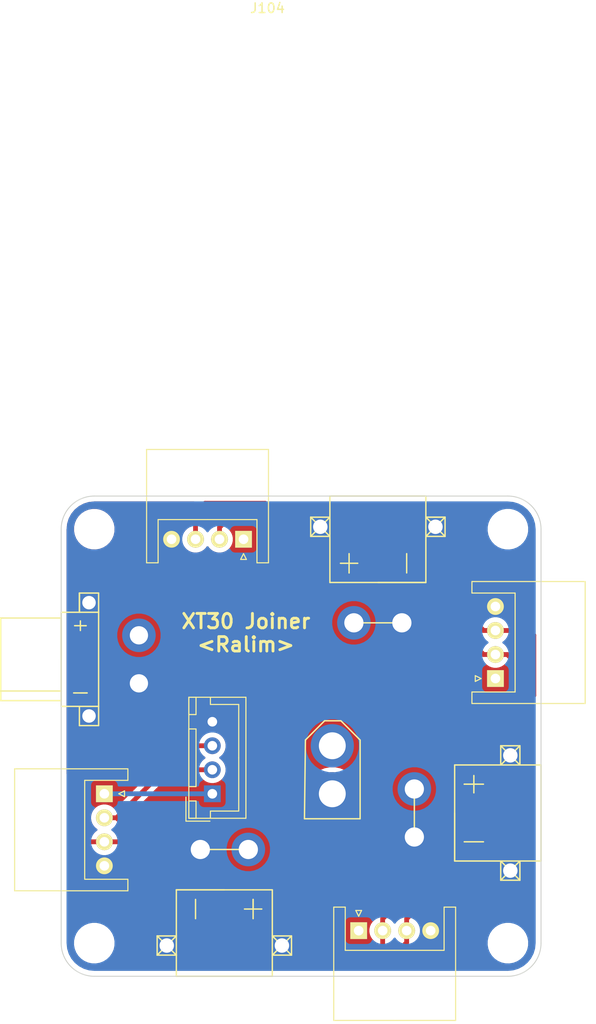
<source format=kicad_pcb>
(kicad_pcb (version 4) (host pcbnew 4.0.6)

  (general
    (links 34)
    (no_connects 6)
    (area 114.199999 66.449999 164.300001 116.550001)
    (thickness 1.6)
    (drawings 9)
    (tracks 64)
    (zones 0)
    (modules 14)
    (nets 5)
  )

  (page A4)
  (layers
    (0 F.Cu signal)
    (31 B.Cu signal)
    (32 B.Adhes user)
    (33 F.Adhes user)
    (34 B.Paste user)
    (35 F.Paste user)
    (36 B.SilkS user)
    (37 F.SilkS user)
    (38 B.Mask user)
    (39 F.Mask user)
    (40 Dwgs.User user)
    (41 Cmts.User user)
    (42 Eco1.User user)
    (43 Eco2.User user)
    (44 Edge.Cuts user)
    (45 Margin user)
    (46 B.CrtYd user)
    (47 F.CrtYd user)
    (48 B.Fab user hide)
    (49 F.Fab user hide)
  )

  (setup
    (last_trace_width 0.5)
    (trace_clearance 0.4)
    (zone_clearance 0.508)
    (zone_45_only no)
    (trace_min 0.2)
    (segment_width 0.2)
    (edge_width 0.1)
    (via_size 0.9)
    (via_drill 0.6)
    (via_min_size 0.4)
    (via_min_drill 0.3)
    (uvia_size 0.3)
    (uvia_drill 0.1)
    (uvias_allowed no)
    (uvia_min_size 0.2)
    (uvia_min_drill 0.1)
    (pcb_text_width 0.3)
    (pcb_text_size 1.5 1.5)
    (mod_edge_width 0.15)
    (mod_text_size 1 1)
    (mod_text_width 0.15)
    (pad_size 1.524 1.524)
    (pad_drill 0.762)
    (pad_to_mask_clearance 0.2)
    (aux_axis_origin 0 0)
    (visible_elements 7FFFFF7F)
    (pcbplotparams
      (layerselection 0x010f0_80000001)
      (usegerberextensions true)
      (excludeedgelayer true)
      (linewidth 0.100000)
      (plotframeref false)
      (viasonmask true)
      (mode 1)
      (useauxorigin false)
      (hpglpennumber 1)
      (hpglpenspeed 20)
      (hpglpendiameter 15)
      (hpglpenoverlay 2)
      (psnegative false)
      (psa4output false)
      (plotreference false)
      (plotvalue false)
      (plotinvisibletext false)
      (padsonsilk false)
      (subtractmaskfromsilk false)
      (outputformat 1)
      (mirror false)
      (drillshape 0)
      (scaleselection 1)
      (outputdirectory Gerbers/))
  )

  (net 0 "")
  (net 1 /12V)
  (net 2 /GND)
  (net 3 /2S)
  (net 4 /1S)

  (net_class Default "This is the default net class."
    (clearance 0.4)
    (trace_width 0.5)
    (via_dia 0.9)
    (via_drill 0.6)
    (uvia_dia 0.3)
    (uvia_drill 0.1)
    (add_net /12V)
    (add_net /1S)
    (add_net /2S)
    (add_net /GND)
  )

  (module XTConnectors:XT30PW_Female (layer F.Cu) (tedit 597C20A5) (tstamp 597C1B76)
    (at 116.25 83.5)
    (path /597C1E4B)
    (fp_text reference J101 (at 2.7 -0.2 90) (layer F.SilkS) hide
      (effects (font (size 1 1) (thickness 0.15)))
    )
    (fp_text value CONN_01X02 (at -2.7 -0.2 90) (layer F.Fab)
      (effects (font (size 1 1) (thickness 0.15)))
    )
    (fp_line (start -8.3 3.3) (end -2 3.3) (layer F.SilkS) (width 0.15))
    (fp_line (start -8.3 4.3) (end -8.3 3.3) (layer F.SilkS) (width 0.15))
    (fp_line (start -0.1 -4.9) (end -0.1 -6.9) (layer F.SilkS) (width 0.15))
    (fp_line (start -0.1 6.9) (end -0.1 4.9) (layer F.SilkS) (width 0.15))
    (fp_line (start 1.9 6.9) (end -0.1 6.9) (layer F.SilkS) (width 0.15))
    (fp_line (start 1.9 4.9) (end 1.9 6.9) (layer F.SilkS) (width 0.15))
    (fp_line (start -0.1 -4.9) (end -0.1 -6.9) (layer F.SilkS) (width 0.15))
    (fp_line (start -0.1 -6.9) (end -0.1 -4.9) (layer F.SilkS) (width 0.15))
    (fp_line (start 1.9 -6.9) (end -0.1 -6.9) (layer F.SilkS) (width 0.15))
    (fp_line (start 1.9 -4.9) (end 1.9 -6.9) (layer F.SilkS) (width 0.15))
    (fp_line (start -0.7 3.5) (end -0.5 3.5) (layer F.SilkS) (width 0.15))
    (fp_line (start 0.7 3.5) (end -0.5 3.5) (layer F.SilkS) (width 0.15))
    (fp_line (start 0 3.5) (end 0.7 3.5) (layer F.SilkS) (width 0.15))
    (fp_line (start 0.6 -3.5) (end -0.6 -3.5) (layer F.SilkS) (width 0.15))
    (fp_line (start 0 -3.5) (end 0.6 -3.5) (layer F.SilkS) (width 0.15))
    (fp_line (start 0 -4) (end 0 -3) (layer F.SilkS) (width 0.15))
    (fp_line (start -8.3 4.3) (end -2 4.3) (layer F.SilkS) (width 0.15))
    (fp_line (start -8.3 -4.3) (end -8.3 4.3) (layer F.SilkS) (width 0.15))
    (fp_line (start -2 -4.3) (end -8.3 -4.3) (layer F.SilkS) (width 0.15))
    (fp_line (start -2 0) (end -2 -4.3) (layer F.SilkS) (width 0.15))
    (fp_line (start 1.9 -4.9) (end -2 -4.9) (layer F.SilkS) (width 0.15))
    (fp_line (start 1.9 4.9) (end 1.9 -4.9) (layer F.SilkS) (width 0.15))
    (fp_line (start -2 4.9) (end 1.9 4.9) (layer F.SilkS) (width 0.15))
    (fp_line (start -2 0) (end -2 4.9) (layer F.SilkS) (width 0.15))
    (fp_line (start -2 0) (end -2 -4.9) (layer F.SilkS) (width 0.15))
    (pad 2 thru_hole circle (at 0.9 -5.9) (size 2 2) (drill 1.4) (layers *.Cu *.Mask)
      (net 2 /GND))
    (pad 2 thru_hole circle (at 0.9 5.9) (size 2 2) (drill 1.4) (layers *.Cu *.Mask)
      (net 2 /GND))
    (pad 1 thru_hole circle (at 6.1 -2.5) (size 3.5 3.5) (drill 1.9) (layers *.Cu *.Mask)
      (net 1 /12V))
    (pad 2 thru_hole circle (at 6.1 2.5) (size 3.5 3.5) (drill 1.9) (layers *.Cu *.Mask)
      (net 2 /GND))
  )

  (module XTConnectors:XT30PW_Male (layer F.Cu) (tedit 597C20B7) (tstamp 597C1B95)
    (at 131.25 110.5 90)
    (path /597C1E85)
    (fp_text reference J102 (at -3 0 180) (layer F.SilkS) hide
      (effects (font (size 1 1) (thickness 0.15)))
    )
    (fp_text value CONN_01X02 (at 3.9 -0.1 180) (layer F.Fab)
      (effects (font (size 1 1) (thickness 0.15)))
    )
    (fp_line (start 2 -3) (end 0 -3) (layer F.SilkS) (width 0.15))
    (fp_line (start 1 3.9) (end 1 3.8) (layer F.SilkS) (width 0.15))
    (fp_line (start 1 2.1) (end 1 3.8) (layer F.SilkS) (width 0.15))
    (fp_line (start 2 3) (end 0 3) (layer F.SilkS) (width 0.15))
    (fp_line (start 1 3) (end 2 3) (layer F.SilkS) (width 0.15))
    (fp_line (start 7.2 0) (end 7.2 2.5) (layer F.SilkS) (width 0.15))
    (fp_line (start 7.2 0) (end 7.2 -2.5) (layer F.SilkS) (width 0.15))
    (fp_line (start -3.8 5) (end -1.8 7) (layer F.SilkS) (width 0.15))
    (fp_line (start -1.8 5) (end -3.8 7) (layer F.SilkS) (width 0.15))
    (fp_line (start -1.8 7) (end -1.8 5) (layer F.SilkS) (width 0.15))
    (fp_line (start -3.8 7) (end -1.8 7) (layer F.SilkS) (width 0.15))
    (fp_line (start -3.8 5) (end -3.8 7) (layer F.SilkS) (width 0.15))
    (fp_line (start -3.8 -7) (end -1.8 -5) (layer F.SilkS) (width 0.15))
    (fp_line (start -3.8 -5) (end -3.8 -7) (layer F.SilkS) (width 0.15))
    (fp_line (start -1.8 -7) (end -3.8 -5) (layer F.SilkS) (width 0.15))
    (fp_line (start -1.8 -7) (end -1.8 -5) (layer F.SilkS) (width 0.15))
    (fp_line (start -3.8 -7) (end -1.8 -7) (layer F.SilkS) (width 0.15))
    (fp_line (start -3.8 -5) (end -3.8 -7) (layer F.SilkS) (width 0.15))
    (fp_line (start -6 5) (end 3 5) (layer F.SilkS) (width 0.15))
    (fp_line (start -6 -5) (end -6 5) (layer F.SilkS) (width 0.15))
    (fp_line (start 3 -5) (end -6 -5) (layer F.SilkS) (width 0.15))
    (fp_line (start 3 -5) (end 3 5) (layer F.SilkS) (width 0.15))
    (fp_line (start 3 0) (end 3 -5) (layer F.SilkS) (width 0.15))
    (pad 2 thru_hole circle (at -2.8 6 90) (size 2 2) (drill 1.5) (layers *.Cu *.Mask)
      (net 2 /GND))
    (pad 2 thru_hole circle (at -2.8 -6 90) (size 2 2) (drill 1.5) (layers *.Cu *.Mask)
      (net 2 /GND))
    (pad 2 thru_hole circle (at 7.2 -2.5 90) (size 3.5 3.5) (drill 2) (layers *.Cu *.Mask)
      (net 2 /GND))
    (pad 1 thru_hole circle (at 7.2 2.5 90) (size 3.5 3.5) (drill 2) (layers *.Cu *.Mask)
      (net 1 /12V))
  )

  (module XTConnectors:XT30PW_Male (layer F.Cu) (tedit 597C20B2) (tstamp 597C1BB4)
    (at 158.25 99.5 180)
    (path /597C1EFD)
    (fp_text reference J103 (at -3 0 270) (layer F.SilkS) hide
      (effects (font (size 1 1) (thickness 0.15)))
    )
    (fp_text value CONN_01X02 (at 3.9 -0.1 270) (layer F.Fab)
      (effects (font (size 1 1) (thickness 0.15)))
    )
    (fp_line (start 2 -3) (end 0 -3) (layer F.SilkS) (width 0.15))
    (fp_line (start 1 3.9) (end 1 3.8) (layer F.SilkS) (width 0.15))
    (fp_line (start 1 2.1) (end 1 3.8) (layer F.SilkS) (width 0.15))
    (fp_line (start 2 3) (end 0 3) (layer F.SilkS) (width 0.15))
    (fp_line (start 1 3) (end 2 3) (layer F.SilkS) (width 0.15))
    (fp_line (start 7.2 0) (end 7.2 2.5) (layer F.SilkS) (width 0.15))
    (fp_line (start 7.2 0) (end 7.2 -2.5) (layer F.SilkS) (width 0.15))
    (fp_line (start -3.8 5) (end -1.8 7) (layer F.SilkS) (width 0.15))
    (fp_line (start -1.8 5) (end -3.8 7) (layer F.SilkS) (width 0.15))
    (fp_line (start -1.8 7) (end -1.8 5) (layer F.SilkS) (width 0.15))
    (fp_line (start -3.8 7) (end -1.8 7) (layer F.SilkS) (width 0.15))
    (fp_line (start -3.8 5) (end -3.8 7) (layer F.SilkS) (width 0.15))
    (fp_line (start -3.8 -7) (end -1.8 -5) (layer F.SilkS) (width 0.15))
    (fp_line (start -3.8 -5) (end -3.8 -7) (layer F.SilkS) (width 0.15))
    (fp_line (start -1.8 -7) (end -3.8 -5) (layer F.SilkS) (width 0.15))
    (fp_line (start -1.8 -7) (end -1.8 -5) (layer F.SilkS) (width 0.15))
    (fp_line (start -3.8 -7) (end -1.8 -7) (layer F.SilkS) (width 0.15))
    (fp_line (start -3.8 -5) (end -3.8 -7) (layer F.SilkS) (width 0.15))
    (fp_line (start -6 5) (end 3 5) (layer F.SilkS) (width 0.15))
    (fp_line (start -6 -5) (end -6 5) (layer F.SilkS) (width 0.15))
    (fp_line (start 3 -5) (end -6 -5) (layer F.SilkS) (width 0.15))
    (fp_line (start 3 -5) (end 3 5) (layer F.SilkS) (width 0.15))
    (fp_line (start 3 0) (end 3 -5) (layer F.SilkS) (width 0.15))
    (pad 2 thru_hole circle (at -2.8 6 180) (size 2 2) (drill 1.5) (layers *.Cu *.Mask)
      (net 2 /GND))
    (pad 2 thru_hole circle (at -2.8 -6 180) (size 2 2) (drill 1.5) (layers *.Cu *.Mask)
      (net 2 /GND))
    (pad 2 thru_hole circle (at 7.2 -2.5 180) (size 3.5 3.5) (drill 2) (layers *.Cu *.Mask)
      (net 2 /GND))
    (pad 1 thru_hole circle (at 7.2 2.5 180) (size 3.5 3.5) (drill 2) (layers *.Cu *.Mask)
      (net 1 /12V))
  )

  (module XTConnectors:XT30PW_Male (layer F.Cu) (tedit 592A716A) (tstamp 597C1BD3)
    (at 147.25 72.5 270)
    (path /597C1FC0)
    (fp_text reference J104 (at -56.8 11.5 360) (layer F.SilkS)
      (effects (font (size 1 1) (thickness 0.15)))
    )
    (fp_text value CONN_01X02 (at 3.9 -0.1 360) (layer F.Fab)
      (effects (font (size 1 1) (thickness 0.15)))
    )
    (fp_line (start 2 -3) (end 0 -3) (layer F.SilkS) (width 0.15))
    (fp_line (start 1 3.9) (end 1 3.8) (layer F.SilkS) (width 0.15))
    (fp_line (start 1 2.1) (end 1 3.8) (layer F.SilkS) (width 0.15))
    (fp_line (start 2 3) (end 0 3) (layer F.SilkS) (width 0.15))
    (fp_line (start 1 3) (end 2 3) (layer F.SilkS) (width 0.15))
    (fp_line (start 7.2 0) (end 7.2 2.5) (layer F.SilkS) (width 0.15))
    (fp_line (start 7.2 0) (end 7.2 -2.5) (layer F.SilkS) (width 0.15))
    (fp_line (start -3.8 5) (end -1.8 7) (layer F.SilkS) (width 0.15))
    (fp_line (start -1.8 5) (end -3.8 7) (layer F.SilkS) (width 0.15))
    (fp_line (start -1.8 7) (end -1.8 5) (layer F.SilkS) (width 0.15))
    (fp_line (start -3.8 7) (end -1.8 7) (layer F.SilkS) (width 0.15))
    (fp_line (start -3.8 5) (end -3.8 7) (layer F.SilkS) (width 0.15))
    (fp_line (start -3.8 -7) (end -1.8 -5) (layer F.SilkS) (width 0.15))
    (fp_line (start -3.8 -5) (end -3.8 -7) (layer F.SilkS) (width 0.15))
    (fp_line (start -1.8 -7) (end -3.8 -5) (layer F.SilkS) (width 0.15))
    (fp_line (start -1.8 -7) (end -1.8 -5) (layer F.SilkS) (width 0.15))
    (fp_line (start -3.8 -7) (end -1.8 -7) (layer F.SilkS) (width 0.15))
    (fp_line (start -3.8 -5) (end -3.8 -7) (layer F.SilkS) (width 0.15))
    (fp_line (start -6 5) (end 3 5) (layer F.SilkS) (width 0.15))
    (fp_line (start -6 -5) (end -6 5) (layer F.SilkS) (width 0.15))
    (fp_line (start 3 -5) (end -6 -5) (layer F.SilkS) (width 0.15))
    (fp_line (start 3 -5) (end 3 5) (layer F.SilkS) (width 0.15))
    (fp_line (start 3 0) (end 3 -5) (layer F.SilkS) (width 0.15))
    (pad 2 thru_hole circle (at -2.8 6 270) (size 2 2) (drill 1.5) (layers *.Cu *.Mask)
      (net 2 /GND))
    (pad 2 thru_hole circle (at -2.8 -6 270) (size 2 2) (drill 1.5) (layers *.Cu *.Mask)
      (net 2 /GND))
    (pad 2 thru_hole circle (at 7.2 -2.5 270) (size 3.5 3.5) (drill 2) (layers *.Cu *.Mask)
      (net 2 /GND))
    (pad 1 thru_hole circle (at 7.2 2.5 270) (size 3.5 3.5) (drill 2) (layers *.Cu *.Mask)
      (net 1 /12V))
  )

  (module Mounting_Holes:MountingHole_3.2mm_M3 (layer F.Cu) (tedit 597C20AA) (tstamp 597C1BD8)
    (at 117.7 69.95)
    (descr "Mounting Hole 3.2mm, no annular, M3")
    (tags "mounting hole 3.2mm no annular m3")
    (path /59375D19)
    (fp_text reference MK1 (at 0 -4.2) (layer F.SilkS) hide
      (effects (font (size 1 1) (thickness 0.15)))
    )
    (fp_text value Mounting_Hole (at 0 4.2) (layer F.Fab)
      (effects (font (size 1 1) (thickness 0.15)))
    )
    (fp_circle (center 0 0) (end 3.2 0) (layer Cmts.User) (width 0.15))
    (fp_circle (center 0 0) (end 3.45 0) (layer F.CrtYd) (width 0.05))
    (pad 1 np_thru_hole circle (at 0 0) (size 3.2 3.2) (drill 3.2) (layers *.Cu *.Mask))
  )

  (module Mounting_Holes:MountingHole_3.2mm_M3 (layer F.Cu) (tedit 597C20B5) (tstamp 597C1BDD)
    (at 160.8 113.05)
    (descr "Mounting Hole 3.2mm, no annular, M3")
    (tags "mounting hole 3.2mm no annular m3")
    (path /59375E8B)
    (fp_text reference MK2 (at 0 -4.2) (layer F.SilkS) hide
      (effects (font (size 1 1) (thickness 0.15)))
    )
    (fp_text value Mounting_Hole (at 0 4.2) (layer F.Fab)
      (effects (font (size 1 1) (thickness 0.15)))
    )
    (fp_circle (center 0 0) (end 3.2 0) (layer Cmts.User) (width 0.15))
    (fp_circle (center 0 0) (end 3.45 0) (layer F.CrtYd) (width 0.05))
    (pad 1 np_thru_hole circle (at 0 0) (size 3.2 3.2) (drill 3.2) (layers *.Cu *.Mask))
  )

  (module Mounting_Holes:MountingHole_3.2mm_M3 (layer F.Cu) (tedit 597C20BA) (tstamp 597C1BE2)
    (at 117.7 113.05)
    (descr "Mounting Hole 3.2mm, no annular, M3")
    (tags "mounting hole 3.2mm no annular m3")
    (path /59375E2B)
    (fp_text reference MK5 (at 0 -4.2) (layer F.SilkS) hide
      (effects (font (size 1 1) (thickness 0.15)))
    )
    (fp_text value Mounting_Hole (at 0 4.2) (layer F.Fab)
      (effects (font (size 1 1) (thickness 0.15)))
    )
    (fp_circle (center 0 0) (end 3.2 0) (layer Cmts.User) (width 0.15))
    (fp_circle (center 0 0) (end 3.45 0) (layer F.CrtYd) (width 0.05))
    (pad 1 np_thru_hole circle (at 0 0) (size 3.2 3.2) (drill 3.2) (layers *.Cu *.Mask))
  )

  (module Mounting_Holes:MountingHole_3.2mm_M3 (layer F.Cu) (tedit 597C20AC) (tstamp 597C1BE7)
    (at 160.8 69.95)
    (descr "Mounting Hole 3.2mm, no annular, M3")
    (tags "mounting hole 3.2mm no annular m3")
    (path /59375F4E)
    (fp_text reference MK6 (at 0 -4.2) (layer F.SilkS) hide
      (effects (font (size 1 1) (thickness 0.15)))
    )
    (fp_text value Mounting_Hole (at 0 4.2) (layer F.Fab)
      (effects (font (size 1 1) (thickness 0.15)))
    )
    (fp_circle (center 0 0) (end 3.2 0) (layer Cmts.User) (width 0.15))
    (fp_circle (center 0 0) (end 3.45 0) (layer F.CrtYd) (width 0.05))
    (pad 1 np_thru_hole circle (at 0 0) (size 3.2 3.2) (drill 3.2) (layers *.Cu *.Mask))
  )

  (module Connectors_JST:JST_XH_S04B-XH-A_04x2.50mm_Angled (layer F.Cu) (tedit 597C20BF) (tstamp 597C1F46)
    (at 118.75 97.5 270)
    (descr "JST XH series connector, S04B-XH-A, side entry type, through hole")
    (tags "connector jst xh tht side horizontal angled 2.50mm")
    (path /597C2133)
    (fp_text reference J105 (at 3.75 -3.5 270) (layer F.SilkS) hide
      (effects (font (size 1 1) (thickness 0.15)))
    )
    (fp_text value CONN_01X04 (at 3.75 10.3 270) (layer F.Fab)
      (effects (font (size 1 1) (thickness 0.15)))
    )
    (fp_line (start -2.45 -2.3) (end -2.45 9.2) (layer F.Fab) (width 0.1))
    (fp_line (start -2.45 9.2) (end 9.95 9.2) (layer F.Fab) (width 0.1))
    (fp_line (start 9.95 9.2) (end 9.95 -2.3) (layer F.Fab) (width 0.1))
    (fp_line (start 9.95 -2.3) (end -2.45 -2.3) (layer F.Fab) (width 0.1))
    (fp_line (start -2.95 -2.8) (end -2.95 9.7) (layer F.CrtYd) (width 0.05))
    (fp_line (start -2.95 9.7) (end 10.45 9.7) (layer F.CrtYd) (width 0.05))
    (fp_line (start 10.45 9.7) (end 10.45 -2.8) (layer F.CrtYd) (width 0.05))
    (fp_line (start 10.45 -2.8) (end -2.95 -2.8) (layer F.CrtYd) (width 0.05))
    (fp_line (start 3.75 9.35) (end -2.6 9.35) (layer F.SilkS) (width 0.12))
    (fp_line (start -2.6 9.35) (end -2.6 -2.45) (layer F.SilkS) (width 0.12))
    (fp_line (start -2.6 -2.45) (end -1.4 -2.45) (layer F.SilkS) (width 0.12))
    (fp_line (start -1.4 -2.45) (end -1.4 2.05) (layer F.SilkS) (width 0.12))
    (fp_line (start -1.4 2.05) (end 3.75 2.05) (layer F.SilkS) (width 0.12))
    (fp_line (start 3.75 9.35) (end 10.1 9.35) (layer F.SilkS) (width 0.12))
    (fp_line (start 10.1 9.35) (end 10.1 -2.45) (layer F.SilkS) (width 0.12))
    (fp_line (start 10.1 -2.45) (end 8.9 -2.45) (layer F.SilkS) (width 0.12))
    (fp_line (start 8.9 -2.45) (end 8.9 2.05) (layer F.SilkS) (width 0.12))
    (fp_line (start 8.9 2.05) (end 3.75 2.05) (layer F.SilkS) (width 0.12))
    (fp_line (start -0.25 3.45) (end -0.25 8.7) (layer F.Fab) (width 0.1))
    (fp_line (start -0.25 8.7) (end 0.25 8.7) (layer F.Fab) (width 0.1))
    (fp_line (start 0.25 8.7) (end 0.25 3.45) (layer F.Fab) (width 0.1))
    (fp_line (start 0.25 3.45) (end -0.25 3.45) (layer F.Fab) (width 0.1))
    (fp_line (start 2.25 3.45) (end 2.25 8.7) (layer F.Fab) (width 0.1))
    (fp_line (start 2.25 8.7) (end 2.75 8.7) (layer F.Fab) (width 0.1))
    (fp_line (start 2.75 8.7) (end 2.75 3.45) (layer F.Fab) (width 0.1))
    (fp_line (start 2.75 3.45) (end 2.25 3.45) (layer F.Fab) (width 0.1))
    (fp_line (start 4.75 3.45) (end 4.75 8.7) (layer F.Fab) (width 0.1))
    (fp_line (start 4.75 8.7) (end 5.25 8.7) (layer F.Fab) (width 0.1))
    (fp_line (start 5.25 8.7) (end 5.25 3.45) (layer F.Fab) (width 0.1))
    (fp_line (start 5.25 3.45) (end 4.75 3.45) (layer F.Fab) (width 0.1))
    (fp_line (start 7.25 3.45) (end 7.25 8.7) (layer F.Fab) (width 0.1))
    (fp_line (start 7.25 8.7) (end 7.75 8.7) (layer F.Fab) (width 0.1))
    (fp_line (start 7.75 8.7) (end 7.75 3.45) (layer F.Fab) (width 0.1))
    (fp_line (start 7.75 3.45) (end 7.25 3.45) (layer F.Fab) (width 0.1))
    (fp_line (start 0 -1.5) (end -0.3 -2.1) (layer F.SilkS) (width 0.12))
    (fp_line (start -0.3 -2.1) (end 0.3 -2.1) (layer F.SilkS) (width 0.12))
    (fp_line (start 0.3 -2.1) (end 0 -1.5) (layer F.SilkS) (width 0.12))
    (fp_line (start 0 -1.5) (end -0.3 -2.1) (layer F.Fab) (width 0.1))
    (fp_line (start -0.3 -2.1) (end 0.3 -2.1) (layer F.Fab) (width 0.1))
    (fp_line (start 0.3 -2.1) (end 0 -1.5) (layer F.Fab) (width 0.1))
    (fp_text user %R (at 3.75 2.25 270) (layer F.Fab)
      (effects (font (size 1 1) (thickness 0.15)))
    )
    (pad 1 thru_hole rect (at 0 0 270) (size 1.75 1.75) (drill 1) (layers *.Cu *.Mask F.SilkS)
      (net 1 /12V))
    (pad 2 thru_hole circle (at 2.5 0 270) (size 1.75 1.75) (drill 1) (layers *.Cu *.Mask F.SilkS)
      (net 3 /2S))
    (pad 3 thru_hole circle (at 5 0 270) (size 1.75 1.75) (drill 1) (layers *.Cu *.Mask F.SilkS)
      (net 4 /1S))
    (pad 4 thru_hole circle (at 7.5 0 270) (size 1.75 1.75) (drill 1) (layers *.Cu *.Mask F.SilkS)
      (net 2 /GND))
    (model Connectors_JST.3dshapes/JST_XH_S04B-XH-A_04x2.50mm_Angled.wrl
      (at (xyz 0 0 0))
      (scale (xyz 1 1 1))
      (rotate (xyz 0 0 0))
    )
  )

  (module Connectors_JST:JST_XH_S04B-XH-A_04x2.50mm_Angled (layer F.Cu) (tedit 597C20BC) (tstamp 597C1F4E)
    (at 145.25 111.75)
    (descr "JST XH series connector, S04B-XH-A, side entry type, through hole")
    (tags "connector jst xh tht side horizontal angled 2.50mm")
    (path /597C21C0)
    (fp_text reference J106 (at 3.75 -3.5) (layer F.SilkS) hide
      (effects (font (size 1 1) (thickness 0.15)))
    )
    (fp_text value CONN_01X04 (at 3.75 10.3) (layer F.Fab)
      (effects (font (size 1 1) (thickness 0.15)))
    )
    (fp_line (start -2.45 -2.3) (end -2.45 9.2) (layer F.Fab) (width 0.1))
    (fp_line (start -2.45 9.2) (end 9.95 9.2) (layer F.Fab) (width 0.1))
    (fp_line (start 9.95 9.2) (end 9.95 -2.3) (layer F.Fab) (width 0.1))
    (fp_line (start 9.95 -2.3) (end -2.45 -2.3) (layer F.Fab) (width 0.1))
    (fp_line (start -2.95 -2.8) (end -2.95 9.7) (layer F.CrtYd) (width 0.05))
    (fp_line (start -2.95 9.7) (end 10.45 9.7) (layer F.CrtYd) (width 0.05))
    (fp_line (start 10.45 9.7) (end 10.45 -2.8) (layer F.CrtYd) (width 0.05))
    (fp_line (start 10.45 -2.8) (end -2.95 -2.8) (layer F.CrtYd) (width 0.05))
    (fp_line (start 3.75 9.35) (end -2.6 9.35) (layer F.SilkS) (width 0.12))
    (fp_line (start -2.6 9.35) (end -2.6 -2.45) (layer F.SilkS) (width 0.12))
    (fp_line (start -2.6 -2.45) (end -1.4 -2.45) (layer F.SilkS) (width 0.12))
    (fp_line (start -1.4 -2.45) (end -1.4 2.05) (layer F.SilkS) (width 0.12))
    (fp_line (start -1.4 2.05) (end 3.75 2.05) (layer F.SilkS) (width 0.12))
    (fp_line (start 3.75 9.35) (end 10.1 9.35) (layer F.SilkS) (width 0.12))
    (fp_line (start 10.1 9.35) (end 10.1 -2.45) (layer F.SilkS) (width 0.12))
    (fp_line (start 10.1 -2.45) (end 8.9 -2.45) (layer F.SilkS) (width 0.12))
    (fp_line (start 8.9 -2.45) (end 8.9 2.05) (layer F.SilkS) (width 0.12))
    (fp_line (start 8.9 2.05) (end 3.75 2.05) (layer F.SilkS) (width 0.12))
    (fp_line (start -0.25 3.45) (end -0.25 8.7) (layer F.Fab) (width 0.1))
    (fp_line (start -0.25 8.7) (end 0.25 8.7) (layer F.Fab) (width 0.1))
    (fp_line (start 0.25 8.7) (end 0.25 3.45) (layer F.Fab) (width 0.1))
    (fp_line (start 0.25 3.45) (end -0.25 3.45) (layer F.Fab) (width 0.1))
    (fp_line (start 2.25 3.45) (end 2.25 8.7) (layer F.Fab) (width 0.1))
    (fp_line (start 2.25 8.7) (end 2.75 8.7) (layer F.Fab) (width 0.1))
    (fp_line (start 2.75 8.7) (end 2.75 3.45) (layer F.Fab) (width 0.1))
    (fp_line (start 2.75 3.45) (end 2.25 3.45) (layer F.Fab) (width 0.1))
    (fp_line (start 4.75 3.45) (end 4.75 8.7) (layer F.Fab) (width 0.1))
    (fp_line (start 4.75 8.7) (end 5.25 8.7) (layer F.Fab) (width 0.1))
    (fp_line (start 5.25 8.7) (end 5.25 3.45) (layer F.Fab) (width 0.1))
    (fp_line (start 5.25 3.45) (end 4.75 3.45) (layer F.Fab) (width 0.1))
    (fp_line (start 7.25 3.45) (end 7.25 8.7) (layer F.Fab) (width 0.1))
    (fp_line (start 7.25 8.7) (end 7.75 8.7) (layer F.Fab) (width 0.1))
    (fp_line (start 7.75 8.7) (end 7.75 3.45) (layer F.Fab) (width 0.1))
    (fp_line (start 7.75 3.45) (end 7.25 3.45) (layer F.Fab) (width 0.1))
    (fp_line (start 0 -1.5) (end -0.3 -2.1) (layer F.SilkS) (width 0.12))
    (fp_line (start -0.3 -2.1) (end 0.3 -2.1) (layer F.SilkS) (width 0.12))
    (fp_line (start 0.3 -2.1) (end 0 -1.5) (layer F.SilkS) (width 0.12))
    (fp_line (start 0 -1.5) (end -0.3 -2.1) (layer F.Fab) (width 0.1))
    (fp_line (start -0.3 -2.1) (end 0.3 -2.1) (layer F.Fab) (width 0.1))
    (fp_line (start 0.3 -2.1) (end 0 -1.5) (layer F.Fab) (width 0.1))
    (fp_text user %R (at 3.75 2.25) (layer F.Fab)
      (effects (font (size 1 1) (thickness 0.15)))
    )
    (pad 1 thru_hole rect (at 0 0) (size 1.75 1.75) (drill 1) (layers *.Cu *.Mask F.SilkS)
      (net 1 /12V))
    (pad 2 thru_hole circle (at 2.5 0) (size 1.75 1.75) (drill 1) (layers *.Cu *.Mask F.SilkS)
      (net 3 /2S))
    (pad 3 thru_hole circle (at 5 0) (size 1.75 1.75) (drill 1) (layers *.Cu *.Mask F.SilkS)
      (net 4 /1S))
    (pad 4 thru_hole circle (at 7.5 0) (size 1.75 1.75) (drill 1) (layers *.Cu *.Mask F.SilkS)
      (net 2 /GND))
    (model Connectors_JST.3dshapes/JST_XH_S04B-XH-A_04x2.50mm_Angled.wrl
      (at (xyz 0 0 0))
      (scale (xyz 1 1 1))
      (rotate (xyz 0 0 0))
    )
  )

  (module Connectors_JST:JST_XH_S04B-XH-A_04x2.50mm_Angled (layer F.Cu) (tedit 597C20B0) (tstamp 597C1F56)
    (at 159.5 85.5 90)
    (descr "JST XH series connector, S04B-XH-A, side entry type, through hole")
    (tags "connector jst xh tht side horizontal angled 2.50mm")
    (path /597C21FA)
    (fp_text reference J107 (at 3.75 -3.5 90) (layer F.SilkS) hide
      (effects (font (size 1 1) (thickness 0.15)))
    )
    (fp_text value CONN_01X04 (at 3.75 10.3 90) (layer F.Fab)
      (effects (font (size 1 1) (thickness 0.15)))
    )
    (fp_line (start -2.45 -2.3) (end -2.45 9.2) (layer F.Fab) (width 0.1))
    (fp_line (start -2.45 9.2) (end 9.95 9.2) (layer F.Fab) (width 0.1))
    (fp_line (start 9.95 9.2) (end 9.95 -2.3) (layer F.Fab) (width 0.1))
    (fp_line (start 9.95 -2.3) (end -2.45 -2.3) (layer F.Fab) (width 0.1))
    (fp_line (start -2.95 -2.8) (end -2.95 9.7) (layer F.CrtYd) (width 0.05))
    (fp_line (start -2.95 9.7) (end 10.45 9.7) (layer F.CrtYd) (width 0.05))
    (fp_line (start 10.45 9.7) (end 10.45 -2.8) (layer F.CrtYd) (width 0.05))
    (fp_line (start 10.45 -2.8) (end -2.95 -2.8) (layer F.CrtYd) (width 0.05))
    (fp_line (start 3.75 9.35) (end -2.6 9.35) (layer F.SilkS) (width 0.12))
    (fp_line (start -2.6 9.35) (end -2.6 -2.45) (layer F.SilkS) (width 0.12))
    (fp_line (start -2.6 -2.45) (end -1.4 -2.45) (layer F.SilkS) (width 0.12))
    (fp_line (start -1.4 -2.45) (end -1.4 2.05) (layer F.SilkS) (width 0.12))
    (fp_line (start -1.4 2.05) (end 3.75 2.05) (layer F.SilkS) (width 0.12))
    (fp_line (start 3.75 9.35) (end 10.1 9.35) (layer F.SilkS) (width 0.12))
    (fp_line (start 10.1 9.35) (end 10.1 -2.45) (layer F.SilkS) (width 0.12))
    (fp_line (start 10.1 -2.45) (end 8.9 -2.45) (layer F.SilkS) (width 0.12))
    (fp_line (start 8.9 -2.45) (end 8.9 2.05) (layer F.SilkS) (width 0.12))
    (fp_line (start 8.9 2.05) (end 3.75 2.05) (layer F.SilkS) (width 0.12))
    (fp_line (start -0.25 3.45) (end -0.25 8.7) (layer F.Fab) (width 0.1))
    (fp_line (start -0.25 8.7) (end 0.25 8.7) (layer F.Fab) (width 0.1))
    (fp_line (start 0.25 8.7) (end 0.25 3.45) (layer F.Fab) (width 0.1))
    (fp_line (start 0.25 3.45) (end -0.25 3.45) (layer F.Fab) (width 0.1))
    (fp_line (start 2.25 3.45) (end 2.25 8.7) (layer F.Fab) (width 0.1))
    (fp_line (start 2.25 8.7) (end 2.75 8.7) (layer F.Fab) (width 0.1))
    (fp_line (start 2.75 8.7) (end 2.75 3.45) (layer F.Fab) (width 0.1))
    (fp_line (start 2.75 3.45) (end 2.25 3.45) (layer F.Fab) (width 0.1))
    (fp_line (start 4.75 3.45) (end 4.75 8.7) (layer F.Fab) (width 0.1))
    (fp_line (start 4.75 8.7) (end 5.25 8.7) (layer F.Fab) (width 0.1))
    (fp_line (start 5.25 8.7) (end 5.25 3.45) (layer F.Fab) (width 0.1))
    (fp_line (start 5.25 3.45) (end 4.75 3.45) (layer F.Fab) (width 0.1))
    (fp_line (start 7.25 3.45) (end 7.25 8.7) (layer F.Fab) (width 0.1))
    (fp_line (start 7.25 8.7) (end 7.75 8.7) (layer F.Fab) (width 0.1))
    (fp_line (start 7.75 8.7) (end 7.75 3.45) (layer F.Fab) (width 0.1))
    (fp_line (start 7.75 3.45) (end 7.25 3.45) (layer F.Fab) (width 0.1))
    (fp_line (start 0 -1.5) (end -0.3 -2.1) (layer F.SilkS) (width 0.12))
    (fp_line (start -0.3 -2.1) (end 0.3 -2.1) (layer F.SilkS) (width 0.12))
    (fp_line (start 0.3 -2.1) (end 0 -1.5) (layer F.SilkS) (width 0.12))
    (fp_line (start 0 -1.5) (end -0.3 -2.1) (layer F.Fab) (width 0.1))
    (fp_line (start -0.3 -2.1) (end 0.3 -2.1) (layer F.Fab) (width 0.1))
    (fp_line (start 0.3 -2.1) (end 0 -1.5) (layer F.Fab) (width 0.1))
    (fp_text user %R (at 3.75 2.25 90) (layer F.Fab)
      (effects (font (size 1 1) (thickness 0.15)))
    )
    (pad 1 thru_hole rect (at 0 0 90) (size 1.75 1.75) (drill 1) (layers *.Cu *.Mask F.SilkS)
      (net 1 /12V))
    (pad 2 thru_hole circle (at 2.5 0 90) (size 1.75 1.75) (drill 1) (layers *.Cu *.Mask F.SilkS)
      (net 3 /2S))
    (pad 3 thru_hole circle (at 5 0 90) (size 1.75 1.75) (drill 1) (layers *.Cu *.Mask F.SilkS)
      (net 4 /1S))
    (pad 4 thru_hole circle (at 7.5 0 90) (size 1.75 1.75) (drill 1) (layers *.Cu *.Mask F.SilkS)
      (net 2 /GND))
    (model Connectors_JST.3dshapes/JST_XH_S04B-XH-A_04x2.50mm_Angled.wrl
      (at (xyz 0 0 0))
      (scale (xyz 1 1 1))
      (rotate (xyz 0 0 0))
    )
  )

  (module Connectors_JST:JST_XH_S04B-XH-A_04x2.50mm_Angled (layer F.Cu) (tedit 597C20A7) (tstamp 597C1F5E)
    (at 133.25 71 180)
    (descr "JST XH series connector, S04B-XH-A, side entry type, through hole")
    (tags "connector jst xh tht side horizontal angled 2.50mm")
    (path /597C2256)
    (fp_text reference J108 (at 3.75 -3.5 180) (layer F.SilkS) hide
      (effects (font (size 1 1) (thickness 0.15)))
    )
    (fp_text value CONN_01X04 (at 3.75 10.3 180) (layer F.Fab)
      (effects (font (size 1 1) (thickness 0.15)))
    )
    (fp_line (start -2.45 -2.3) (end -2.45 9.2) (layer F.Fab) (width 0.1))
    (fp_line (start -2.45 9.2) (end 9.95 9.2) (layer F.Fab) (width 0.1))
    (fp_line (start 9.95 9.2) (end 9.95 -2.3) (layer F.Fab) (width 0.1))
    (fp_line (start 9.95 -2.3) (end -2.45 -2.3) (layer F.Fab) (width 0.1))
    (fp_line (start -2.95 -2.8) (end -2.95 9.7) (layer F.CrtYd) (width 0.05))
    (fp_line (start -2.95 9.7) (end 10.45 9.7) (layer F.CrtYd) (width 0.05))
    (fp_line (start 10.45 9.7) (end 10.45 -2.8) (layer F.CrtYd) (width 0.05))
    (fp_line (start 10.45 -2.8) (end -2.95 -2.8) (layer F.CrtYd) (width 0.05))
    (fp_line (start 3.75 9.35) (end -2.6 9.35) (layer F.SilkS) (width 0.12))
    (fp_line (start -2.6 9.35) (end -2.6 -2.45) (layer F.SilkS) (width 0.12))
    (fp_line (start -2.6 -2.45) (end -1.4 -2.45) (layer F.SilkS) (width 0.12))
    (fp_line (start -1.4 -2.45) (end -1.4 2.05) (layer F.SilkS) (width 0.12))
    (fp_line (start -1.4 2.05) (end 3.75 2.05) (layer F.SilkS) (width 0.12))
    (fp_line (start 3.75 9.35) (end 10.1 9.35) (layer F.SilkS) (width 0.12))
    (fp_line (start 10.1 9.35) (end 10.1 -2.45) (layer F.SilkS) (width 0.12))
    (fp_line (start 10.1 -2.45) (end 8.9 -2.45) (layer F.SilkS) (width 0.12))
    (fp_line (start 8.9 -2.45) (end 8.9 2.05) (layer F.SilkS) (width 0.12))
    (fp_line (start 8.9 2.05) (end 3.75 2.05) (layer F.SilkS) (width 0.12))
    (fp_line (start -0.25 3.45) (end -0.25 8.7) (layer F.Fab) (width 0.1))
    (fp_line (start -0.25 8.7) (end 0.25 8.7) (layer F.Fab) (width 0.1))
    (fp_line (start 0.25 8.7) (end 0.25 3.45) (layer F.Fab) (width 0.1))
    (fp_line (start 0.25 3.45) (end -0.25 3.45) (layer F.Fab) (width 0.1))
    (fp_line (start 2.25 3.45) (end 2.25 8.7) (layer F.Fab) (width 0.1))
    (fp_line (start 2.25 8.7) (end 2.75 8.7) (layer F.Fab) (width 0.1))
    (fp_line (start 2.75 8.7) (end 2.75 3.45) (layer F.Fab) (width 0.1))
    (fp_line (start 2.75 3.45) (end 2.25 3.45) (layer F.Fab) (width 0.1))
    (fp_line (start 4.75 3.45) (end 4.75 8.7) (layer F.Fab) (width 0.1))
    (fp_line (start 4.75 8.7) (end 5.25 8.7) (layer F.Fab) (width 0.1))
    (fp_line (start 5.25 8.7) (end 5.25 3.45) (layer F.Fab) (width 0.1))
    (fp_line (start 5.25 3.45) (end 4.75 3.45) (layer F.Fab) (width 0.1))
    (fp_line (start 7.25 3.45) (end 7.25 8.7) (layer F.Fab) (width 0.1))
    (fp_line (start 7.25 8.7) (end 7.75 8.7) (layer F.Fab) (width 0.1))
    (fp_line (start 7.75 8.7) (end 7.75 3.45) (layer F.Fab) (width 0.1))
    (fp_line (start 7.75 3.45) (end 7.25 3.45) (layer F.Fab) (width 0.1))
    (fp_line (start 0 -1.5) (end -0.3 -2.1) (layer F.SilkS) (width 0.12))
    (fp_line (start -0.3 -2.1) (end 0.3 -2.1) (layer F.SilkS) (width 0.12))
    (fp_line (start 0.3 -2.1) (end 0 -1.5) (layer F.SilkS) (width 0.12))
    (fp_line (start 0 -1.5) (end -0.3 -2.1) (layer F.Fab) (width 0.1))
    (fp_line (start -0.3 -2.1) (end 0.3 -2.1) (layer F.Fab) (width 0.1))
    (fp_line (start 0.3 -2.1) (end 0 -1.5) (layer F.Fab) (width 0.1))
    (fp_text user %R (at 3.75 2.25 180) (layer F.Fab)
      (effects (font (size 1 1) (thickness 0.15)))
    )
    (pad 1 thru_hole rect (at 0 0 180) (size 1.75 1.75) (drill 1) (layers *.Cu *.Mask F.SilkS)
      (net 1 /12V))
    (pad 2 thru_hole circle (at 2.5 0 180) (size 1.75 1.75) (drill 1) (layers *.Cu *.Mask F.SilkS)
      (net 3 /2S))
    (pad 3 thru_hole circle (at 5 0 180) (size 1.75 1.75) (drill 1) (layers *.Cu *.Mask F.SilkS)
      (net 4 /1S))
    (pad 4 thru_hole circle (at 7.5 0 180) (size 1.75 1.75) (drill 1) (layers *.Cu *.Mask F.SilkS)
      (net 2 /GND))
    (model Connectors_JST.3dshapes/JST_XH_S04B-XH-A_04x2.50mm_Angled.wrl
      (at (xyz 0 0 0))
      (scale (xyz 1 1 1))
      (rotate (xyz 0 0 0))
    )
  )

  (module XTConnectors:XT30 (layer F.Cu) (tedit 597C20C1) (tstamp 597C21D8)
    (at 135.3 95)
    (path /597C2E32)
    (fp_text reference J109 (at -3 0 90) (layer F.SilkS) hide
      (effects (font (size 1 1) (thickness 0.15)))
    )
    (fp_text value CONN_01X02 (at 3.9 -0.1 90) (layer F.Fab)
      (effects (font (size 1 1) (thickness 0.15)))
    )
    (fp_line (start 8.1 -5.1) (end 6.4 -5.1) (layer F.SilkS) (width 0.15))
    (fp_line (start 4.3 5.1) (end 4.4 -3.1) (layer F.SilkS) (width 0.15))
    (fp_line (start 10.1 -3.1) (end 10.1 5.1) (layer F.SilkS) (width 0.15))
    (fp_line (start 6.4 -5.1) (end 4.4 -3.1) (layer F.SilkS) (width 0.15))
    (fp_line (start 8.1 -5.1) (end 10.1 -3.1) (layer F.SilkS) (width 0.15))
    (fp_line (start 10.1 5.1) (end 4.3 5.1) (layer F.SilkS) (width 0.15))
    (pad 2 thru_hole circle (at 7.2 -2.5) (size 4.5 4.5) (drill 2.8) (layers *.Cu *.Mask)
      (net 1 /12V))
    (pad 1 thru_hole circle (at 7.2 2.5) (size 4.5 4.5) (drill 2.8) (layers *.Cu *.Mask)
      (net 2 /GND))
  )

  (module Connectors_JST:JST_XH_B04B-XH-A_04x2.50mm_Straight (layer F.Cu) (tedit 597C20C3) (tstamp 597C21E0)
    (at 130 97.5 90)
    (descr "JST XH series connector, B04B-XH-A, top entry type, through hole")
    (tags "connector jst xh tht top vertical 2.50mm")
    (path /597C2FB3)
    (fp_text reference J110 (at 3.75 -3.5 90) (layer F.SilkS) hide
      (effects (font (size 1 1) (thickness 0.15)))
    )
    (fp_text value CONN_01X04 (at 3.75 4.5 90) (layer F.Fab)
      (effects (font (size 1 1) (thickness 0.15)))
    )
    (fp_line (start -2.45 -2.35) (end -2.45 3.4) (layer F.Fab) (width 0.1))
    (fp_line (start -2.45 3.4) (end 9.95 3.4) (layer F.Fab) (width 0.1))
    (fp_line (start 9.95 3.4) (end 9.95 -2.35) (layer F.Fab) (width 0.1))
    (fp_line (start 9.95 -2.35) (end -2.45 -2.35) (layer F.Fab) (width 0.1))
    (fp_line (start -2.95 -2.85) (end -2.95 3.9) (layer F.CrtYd) (width 0.05))
    (fp_line (start -2.95 3.9) (end 10.45 3.9) (layer F.CrtYd) (width 0.05))
    (fp_line (start 10.45 3.9) (end 10.45 -2.85) (layer F.CrtYd) (width 0.05))
    (fp_line (start 10.45 -2.85) (end -2.95 -2.85) (layer F.CrtYd) (width 0.05))
    (fp_line (start -2.55 -2.45) (end -2.55 3.5) (layer F.SilkS) (width 0.12))
    (fp_line (start -2.55 3.5) (end 10.05 3.5) (layer F.SilkS) (width 0.12))
    (fp_line (start 10.05 3.5) (end 10.05 -2.45) (layer F.SilkS) (width 0.12))
    (fp_line (start 10.05 -2.45) (end -2.55 -2.45) (layer F.SilkS) (width 0.12))
    (fp_line (start 0.75 -2.45) (end 0.75 -1.7) (layer F.SilkS) (width 0.12))
    (fp_line (start 0.75 -1.7) (end 6.75 -1.7) (layer F.SilkS) (width 0.12))
    (fp_line (start 6.75 -1.7) (end 6.75 -2.45) (layer F.SilkS) (width 0.12))
    (fp_line (start 6.75 -2.45) (end 0.75 -2.45) (layer F.SilkS) (width 0.12))
    (fp_line (start -2.55 -2.45) (end -2.55 -1.7) (layer F.SilkS) (width 0.12))
    (fp_line (start -2.55 -1.7) (end -0.75 -1.7) (layer F.SilkS) (width 0.12))
    (fp_line (start -0.75 -1.7) (end -0.75 -2.45) (layer F.SilkS) (width 0.12))
    (fp_line (start -0.75 -2.45) (end -2.55 -2.45) (layer F.SilkS) (width 0.12))
    (fp_line (start 8.25 -2.45) (end 8.25 -1.7) (layer F.SilkS) (width 0.12))
    (fp_line (start 8.25 -1.7) (end 10.05 -1.7) (layer F.SilkS) (width 0.12))
    (fp_line (start 10.05 -1.7) (end 10.05 -2.45) (layer F.SilkS) (width 0.12))
    (fp_line (start 10.05 -2.45) (end 8.25 -2.45) (layer F.SilkS) (width 0.12))
    (fp_line (start -2.55 -0.2) (end -1.8 -0.2) (layer F.SilkS) (width 0.12))
    (fp_line (start -1.8 -0.2) (end -1.8 2.75) (layer F.SilkS) (width 0.12))
    (fp_line (start -1.8 2.75) (end 3.75 2.75) (layer F.SilkS) (width 0.12))
    (fp_line (start 10.05 -0.2) (end 9.3 -0.2) (layer F.SilkS) (width 0.12))
    (fp_line (start 9.3 -0.2) (end 9.3 2.75) (layer F.SilkS) (width 0.12))
    (fp_line (start 9.3 2.75) (end 3.75 2.75) (layer F.SilkS) (width 0.12))
    (fp_line (start -0.35 -2.75) (end -2.85 -2.75) (layer F.SilkS) (width 0.12))
    (fp_line (start -2.85 -2.75) (end -2.85 -0.25) (layer F.SilkS) (width 0.12))
    (fp_line (start -0.35 -2.75) (end -2.85 -2.75) (layer F.Fab) (width 0.1))
    (fp_line (start -2.85 -2.75) (end -2.85 -0.25) (layer F.Fab) (width 0.1))
    (fp_text user %R (at 3.75 2.5 90) (layer F.Fab)
      (effects (font (size 1 1) (thickness 0.15)))
    )
    (pad 1 thru_hole rect (at 0 0 90) (size 1.75 1.75) (drill 1) (layers *.Cu *.Mask)
      (net 1 /12V))
    (pad 2 thru_hole circle (at 2.5 0 90) (size 1.75 1.75) (drill 1) (layers *.Cu *.Mask)
      (net 3 /2S))
    (pad 3 thru_hole circle (at 5 0 90) (size 1.75 1.75) (drill 1) (layers *.Cu *.Mask)
      (net 4 /1S))
    (pad 4 thru_hole circle (at 7.5 0 90) (size 1.75 1.75) (drill 1) (layers *.Cu *.Mask)
      (net 2 /GND))
    (model Connectors_JST.3dshapes/JST_XH_B04B-XH-A_04x2.50mm_Straight.wrl
      (at (xyz 0 0 0))
      (scale (xyz 1 1 1))
      (rotate (xyz 0 0 0))
    )
  )

  (gr_text "XT30 Joiner\n<Ralim>" (at 133.5 80.75) (layer F.SilkS)
    (effects (font (size 1.5 1.5) (thickness 0.3)))
  )
  (gr_arc (start 160.8 113.05) (end 164.25 113.05) (angle 90) (layer Edge.Cuts) (width 0.1))
  (gr_arc (start 117.7 113.05) (end 117.7 116.5) (angle 90) (layer Edge.Cuts) (width 0.1))
  (gr_arc (start 160.8 69.95) (end 160.8 66.5) (angle 90) (layer Edge.Cuts) (width 0.1))
  (gr_arc (start 117.7 69.95) (end 114.25 69.95) (angle 90) (layer Edge.Cuts) (width 0.1))
  (gr_line (start 114.25 113.05) (end 114.25 69.95) (layer Edge.Cuts) (width 0.1))
  (gr_line (start 160.8 116.5) (end 117.7 116.5) (layer Edge.Cuts) (width 0.1))
  (gr_line (start 164.25 69.95) (end 164.25 113.05) (layer Edge.Cuts) (width 0.1))
  (gr_line (start 117.7 66.5) (end 160.8 66.5) (layer Edge.Cuts) (width 0.1))

  (segment (start 118.75 97.5) (end 120.125 97.5) (width 0.5) (layer B.Cu) (net 1))
  (segment (start 120.125 97.5) (end 130 97.5) (width 0.5) (layer B.Cu) (net 1))
  (segment (start 145.25 111.75) (end 145.25 110.275) (width 0.6) (layer F.Cu) (net 1))
  (segment (start 143.45 81) (end 144.75 79.7) (width 0.6) (layer F.Cu) (net 1))
  (segment (start 159.5 78) (end 151.45 78) (width 0.5) (layer B.Cu) (net 2))
  (segment (start 151.45 78) (end 149.75 79.7) (width 0.5) (layer B.Cu) (net 2))
  (segment (start 130 95) (end 125.022806 95) (width 0.5) (layer F.Cu) (net 3))
  (segment (start 125.022806 95) (end 120.022806 100) (width 0.5) (layer F.Cu) (net 3))
  (segment (start 118.75 100) (end 120.022806 100) (width 0.5) (layer F.Cu) (net 3))
  (segment (start 120.022806 100) (end 126.522806 106.5) (width 0.5) (layer F.Cu) (net 3))
  (segment (start 126.522806 106.5) (end 136 106.5) (width 0.5) (layer F.Cu) (net 3))
  (segment (start 143.5 114) (end 147.25 114) (width 0.5) (layer F.Cu) (net 3))
  (segment (start 136 106.5) (end 143.5 114) (width 0.5) (layer F.Cu) (net 3))
  (segment (start 147.25 114) (end 147.75 113.5) (width 0.5) (layer F.Cu) (net 3))
  (segment (start 147.75 113.5) (end 147.75 111.75) (width 0.5) (layer F.Cu) (net 3))
  (segment (start 147.75 111.75) (end 147.75 110.512564) (width 0.5) (layer F.Cu) (net 3))
  (segment (start 147.75 110.512564) (end 150.662573 107.599991) (width 0.5) (layer F.Cu) (net 3))
  (segment (start 158.09999 91.377204) (end 162.59999 86.877204) (width 0.5) (layer F.Cu) (net 3))
  (segment (start 150.662573 107.599991) (end 151.889768 107.59999) (width 0.5) (layer F.Cu) (net 3))
  (segment (start 156.65001 107.59999) (end 158.09999 106.15001) (width 0.5) (layer F.Cu) (net 3))
  (segment (start 151.889768 107.59999) (end 156.65001 107.59999) (width 0.5) (layer F.Cu) (net 3))
  (segment (start 158.09999 106.15001) (end 158.09999 91.377204) (width 0.5) (layer F.Cu) (net 3))
  (segment (start 162.59999 86.877204) (end 162.59999 84.862554) (width 0.5) (layer F.Cu) (net 3))
  (segment (start 160.737436 83) (end 159.5 83) (width 0.5) (layer F.Cu) (net 3))
  (segment (start 162.59999 84.862554) (end 160.737436 83) (width 0.5) (layer F.Cu) (net 3))
  (segment (start 130.75 71) (end 130.75 69.762564) (width 0.5) (layer F.Cu) (net 3))
  (segment (start 130.75 69.762564) (end 132.012564 68.5) (width 0.5) (layer F.Cu) (net 3))
  (segment (start 132.012564 68.5) (end 135.477194 68.5) (width 0.5) (layer F.Cu) (net 3))
  (segment (start 135.477194 68.5) (end 139.977194 73) (width 0.5) (layer F.Cu) (net 3))
  (segment (start 139.977194 73) (end 154.227194 73) (width 0.5) (layer F.Cu) (net 3))
  (segment (start 154.227194 73) (end 155.84999 74.622796) (width 0.5) (layer F.Cu) (net 3))
  (segment (start 158.262564 83) (end 159.5 83) (width 0.5) (layer F.Cu) (net 3))
  (segment (start 155.84999 74.622796) (end 155.84999 80.587426) (width 0.5) (layer F.Cu) (net 3))
  (segment (start 155.84999 80.587426) (end 158.262564 83) (width 0.5) (layer F.Cu) (net 3))
  (segment (start 115.75 101.25) (end 117 102.5) (width 0.5) (layer F.Cu) (net 4))
  (segment (start 117 102.5) (end 118.75 102.5) (width 0.5) (layer F.Cu) (net 4))
  (segment (start 115.75 95.75) (end 115.75 101.25) (width 0.5) (layer F.Cu) (net 4))
  (segment (start 119 92.5) (end 115.75 95.75) (width 0.5) (layer F.Cu) (net 4))
  (segment (start 130 92.5) (end 119 92.5) (width 0.5) (layer F.Cu) (net 4))
  (segment (start 129.25 67.25) (end 128.25 68.25) (width 0.5) (layer F.Cu) (net 4))
  (segment (start 128.25 68.25) (end 128.25 71) (width 0.5) (layer F.Cu) (net 4))
  (segment (start 135.5 67.25) (end 129.25 67.25) (width 0.5) (layer F.Cu) (net 4))
  (segment (start 140.25 72) (end 135.5 67.25) (width 0.5) (layer F.Cu) (net 4))
  (segment (start 154.5 72) (end 140.25 72) (width 0.5) (layer F.Cu) (net 4))
  (segment (start 156.75 74.25) (end 154.5 72) (width 0.5) (layer F.Cu) (net 4))
  (segment (start 156.75 78.987436) (end 156.75 74.25) (width 0.5) (layer F.Cu) (net 4))
  (segment (start 159.5 80.5) (end 158.262564 80.5) (width 0.5) (layer F.Cu) (net 4))
  (segment (start 158.262564 80.5) (end 156.75 78.987436) (width 0.5) (layer F.Cu) (net 4))
  (segment (start 163.5 81) (end 163 80.5) (width 0.5) (layer F.Cu) (net 4))
  (segment (start 163 80.5) (end 159.5 80.5) (width 0.5) (layer F.Cu) (net 4))
  (segment (start 163.5 87.25) (end 163.5 81) (width 0.5) (layer F.Cu) (net 4))
  (segment (start 159 91.75) (end 163.5 87.25) (width 0.5) (layer F.Cu) (net 4))
  (segment (start 159 106.75) (end 159 91.75) (width 0.5) (layer F.Cu) (net 4))
  (segment (start 157.25 108.5) (end 159 106.75) (width 0.5) (layer F.Cu) (net 4))
  (segment (start 152.262564 108.5) (end 157.25 108.5) (width 0.5) (layer F.Cu) (net 4))
  (segment (start 150.25 111.75) (end 150.25 110.512564) (width 0.5) (layer F.Cu) (net 4))
  (segment (start 150.25 110.512564) (end 152.262564 108.5) (width 0.5) (layer F.Cu) (net 4))
  (segment (start 126.15001 107.40001) (end 121.25 102.5) (width 0.5) (layer F.Cu) (net 4))
  (segment (start 121.25 102.5) (end 118.75 102.5) (width 0.5) (layer F.Cu) (net 4))
  (segment (start 143.127203 114.900009) (end 135.627204 107.40001) (width 0.5) (layer F.Cu) (net 4))
  (segment (start 135.627204 107.40001) (end 126.15001 107.40001) (width 0.5) (layer F.Cu) (net 4))
  (segment (start 150.25 111.75) (end 150.25 112.987436) (width 0.5) (layer F.Cu) (net 4))
  (segment (start 150.25 112.987436) (end 148.337426 114.90001) (width 0.5) (layer F.Cu) (net 4))
  (segment (start 148.337426 114.90001) (end 143.127203 114.900009) (width 0.5) (layer F.Cu) (net 4))

  (zone (net 2) (net_name /GND) (layer B.Cu) (tstamp 0) (hatch edge 0.508)
    (priority 1)
    (connect_pads yes (clearance 0.508))
    (min_thickness 0.254)
    (fill yes (arc_segments 32) (thermal_gap 0.508) (thermal_bridge_width 0.508) (smoothing fillet))
    (polygon
      (pts
        (xy 166.75 64) (xy 111.75 64) (xy 111.75 119) (xy 166.75 119)
      )
    )
    (filled_polygon
      (pts
        (xy 161.336422 67.240882) (xy 161.852408 67.396667) (xy 162.328311 67.64971) (xy 162.745999 67.990368) (xy 163.089567 68.40567)
        (xy 163.345922 68.879788) (xy 163.505308 69.394679) (xy 163.565 69.962617) (xy 163.565 113.016495) (xy 163.509118 113.586421)
        (xy 163.353333 114.102408) (xy 163.100291 114.57831) (xy 162.759632 114.995999) (xy 162.34433 115.339567) (xy 161.870212 115.595922)
        (xy 161.355317 115.755309) (xy 160.787382 115.815) (xy 117.733505 115.815) (xy 117.163579 115.759118) (xy 116.647592 115.603333)
        (xy 116.17169 115.350291) (xy 115.754001 115.009632) (xy 115.410433 114.59433) (xy 115.154078 114.120212) (xy 114.994691 113.605317)
        (xy 114.956078 113.237925) (xy 115.462062 113.237925) (xy 115.541185 113.66903) (xy 115.702536 114.076557) (xy 115.93997 114.444982)
        (xy 116.244443 114.760273) (xy 116.604358 115.010421) (xy 117.006005 115.185896) (xy 117.434087 115.280016) (xy 117.872297 115.289195)
        (xy 118.303944 115.213084) (xy 118.712587 115.054582) (xy 119.082661 114.819726) (xy 119.40007 114.517461) (xy 119.652724 114.159302)
        (xy 119.830999 113.758889) (xy 119.928105 113.331475) (xy 119.935096 112.830847) (xy 119.849962 112.400888) (xy 119.682936 111.995654)
        (xy 119.440381 111.63058) (xy 119.131536 111.319571) (xy 118.768164 111.074473) (xy 118.364105 110.904622) (xy 118.219797 110.875)
        (xy 143.736928 110.875) (xy 143.736928 112.625) (xy 143.744992 112.726121) (xy 143.798106 112.897634) (xy 143.8969 113.047559)
        (xy 144.03355 113.164025) (xy 144.197237 113.23781) (xy 144.375 113.263072) (xy 146.125 113.263072) (xy 146.226121 113.255008)
        (xy 146.397634 113.201894) (xy 146.547559 113.1031) (xy 146.664025 112.96645) (xy 146.715404 112.852468) (xy 146.766604 112.905487)
        (xy 147.009768 113.07449) (xy 147.281127 113.193044) (xy 147.570345 113.256633) (xy 147.866406 113.262834) (xy 148.158034 113.211412)
        (xy 148.434119 113.104326) (xy 148.684147 112.945653) (xy 148.898593 112.741439) (xy 148.999902 112.597825) (xy 149.060897 112.692471)
        (xy 149.266604 112.905487) (xy 149.509768 113.07449) (xy 149.781127 113.193044) (xy 150.070345 113.256633) (xy 150.366406 113.262834)
        (xy 150.507671 113.237925) (xy 158.562062 113.237925) (xy 158.641185 113.66903) (xy 158.802536 114.076557) (xy 159.03997 114.444982)
        (xy 159.344443 114.760273) (xy 159.704358 115.010421) (xy 160.106005 115.185896) (xy 160.534087 115.280016) (xy 160.972297 115.289195)
        (xy 161.403944 115.213084) (xy 161.812587 115.054582) (xy 162.182661 114.819726) (xy 162.50007 114.517461) (xy 162.752724 114.159302)
        (xy 162.930999 113.758889) (xy 163.028105 113.331475) (xy 163.035096 112.830847) (xy 162.949962 112.400888) (xy 162.782936 111.995654)
        (xy 162.540381 111.63058) (xy 162.231536 111.319571) (xy 161.868164 111.074473) (xy 161.464105 110.904622) (xy 161.034751 110.816489)
        (xy 160.596456 110.813429) (xy 160.165914 110.895559) (xy 159.759523 111.059752) (xy 159.392764 111.299752) (xy 159.079607 111.606419)
        (xy 158.831978 111.968071) (xy 158.659311 112.370933) (xy 158.568182 112.799662) (xy 158.562062 113.237925) (xy 150.507671 113.237925)
        (xy 150.658034 113.211412) (xy 150.934119 113.104326) (xy 151.184147 112.945653) (xy 151.398593 112.741439) (xy 151.56929 112.499461)
        (xy 151.689735 112.228936) (xy 151.755342 111.940169) (xy 151.760065 111.601937) (xy 151.702547 111.31145) (xy 151.589702 111.037668)
        (xy 151.425828 110.791018) (xy 151.217167 110.580896) (xy 150.971667 110.415304) (xy 150.69868 110.30055) (xy 150.408602 110.241006)
        (xy 150.112483 110.238939) (xy 149.821602 110.294427) (xy 149.547038 110.405358) (xy 149.29925 110.567506) (xy 149.087676 110.774695)
        (xy 149.000029 110.9027) (xy 148.925828 110.791018) (xy 148.717167 110.580896) (xy 148.471667 110.415304) (xy 148.19868 110.30055)
        (xy 147.908602 110.241006) (xy 147.612483 110.238939) (xy 147.321602 110.294427) (xy 147.047038 110.405358) (xy 146.79925 110.567506)
        (xy 146.716265 110.648771) (xy 146.701894 110.602366) (xy 146.6031 110.452441) (xy 146.46645 110.335975) (xy 146.302763 110.26219)
        (xy 146.125 110.236928) (xy 144.375 110.236928) (xy 144.273879 110.244992) (xy 144.102366 110.298106) (xy 143.952441 110.3969)
        (xy 143.835975 110.53355) (xy 143.76219 110.697237) (xy 143.736928 110.875) (xy 118.219797 110.875) (xy 117.934751 110.816489)
        (xy 117.496456 110.813429) (xy 117.065914 110.895559) (xy 116.659523 111.059752) (xy 116.292764 111.299752) (xy 115.979607 111.606419)
        (xy 115.731978 111.968071) (xy 115.559311 112.370933) (xy 115.468182 112.799662) (xy 115.462062 113.237925) (xy 114.956078 113.237925)
        (xy 114.935 113.037382) (xy 114.935 96.625) (xy 117.236928 96.625) (xy 117.236928 98.375) (xy 117.244992 98.476121)
        (xy 117.298106 98.647634) (xy 117.3969 98.797559) (xy 117.53355 98.914025) (xy 117.648004 98.965617) (xy 117.587676 99.024695)
        (xy 117.420375 99.269032) (xy 117.303718 99.541212) (xy 117.24215 99.830868) (xy 117.238015 100.126965) (xy 117.291472 100.418226)
        (xy 117.400483 100.693557) (xy 117.560897 100.942471) (xy 117.766604 101.155487) (xy 117.902503 101.249939) (xy 117.79925 101.317506)
        (xy 117.587676 101.524695) (xy 117.420375 101.769032) (xy 117.303718 102.041212) (xy 117.24215 102.330868) (xy 117.238015 102.626965)
        (xy 117.291472 102.918226) (xy 117.400483 103.193557) (xy 117.560897 103.442471) (xy 117.766604 103.655487) (xy 118.009768 103.82449)
        (xy 118.281127 103.943044) (xy 118.570345 104.006633) (xy 118.866406 104.012834) (xy 119.158034 103.961412) (xy 119.434119 103.854326)
        (xy 119.684147 103.695653) (xy 119.889039 103.500537) (xy 131.361865 103.500537) (xy 131.446298 103.960576) (xy 131.618478 104.395453)
        (xy 131.871847 104.788606) (xy 132.196755 105.125057) (xy 132.580825 105.391993) (xy 133.009428 105.579245) (xy 133.46624 105.679682)
        (xy 133.93386 105.689477) (xy 134.394477 105.608258) (xy 134.830546 105.439118) (xy 135.225457 105.188499) (xy 135.564169 104.865949)
        (xy 135.833779 104.483751) (xy 136.024019 104.056466) (xy 136.127643 103.600366) (xy 136.135102 103.066139) (xy 136.044254 102.607324)
        (xy 135.866019 102.174893) (xy 135.607185 101.785316) (xy 135.277612 101.453434) (xy 134.889852 101.191887) (xy 134.458676 101.010637)
        (xy 134.000507 100.916588) (xy 133.532795 100.913323) (xy 133.073357 101.000966) (xy 132.639693 101.176178) (xy 132.248319 101.432285)
        (xy 131.914144 101.759534) (xy 131.649896 102.145458) (xy 131.46564 102.575358) (xy 131.368395 103.03286) (xy 131.361865 103.500537)
        (xy 119.889039 103.500537) (xy 119.898593 103.491439) (xy 120.06929 103.249461) (xy 120.189735 102.978936) (xy 120.255342 102.690169)
        (xy 120.260065 102.351937) (xy 120.202547 102.06145) (xy 120.089702 101.787668) (xy 119.925828 101.541018) (xy 119.717167 101.330896)
        (xy 119.597853 101.250417) (xy 119.684147 101.195653) (xy 119.898593 100.991439) (xy 120.06929 100.749461) (xy 120.189735 100.478936)
        (xy 120.255342 100.190169) (xy 120.260065 99.851937) (xy 120.202547 99.56145) (xy 120.089702 99.287668) (xy 119.925828 99.041018)
        (xy 119.851508 98.966178) (xy 119.897634 98.951894) (xy 120.047559 98.8531) (xy 120.164025 98.71645) (xy 120.23781 98.552763)
        (xy 120.261651 98.385) (xy 128.487725 98.385) (xy 128.494992 98.476121) (xy 128.548106 98.647634) (xy 128.6469 98.797559)
        (xy 128.78355 98.914025) (xy 128.947237 98.98781) (xy 129.125 99.013072) (xy 130.875 99.013072) (xy 130.976121 99.005008)
        (xy 131.147634 98.951894) (xy 131.297559 98.8531) (xy 131.414025 98.71645) (xy 131.48781 98.552763) (xy 131.513072 98.375)
        (xy 131.513072 97.200537) (xy 148.661865 97.200537) (xy 148.746298 97.660576) (xy 148.918478 98.095453) (xy 149.171847 98.488606)
        (xy 149.496755 98.825057) (xy 149.880825 99.091993) (xy 150.309428 99.279245) (xy 150.76624 99.379682) (xy 151.23386 99.389477)
        (xy 151.694477 99.308258) (xy 152.130546 99.139118) (xy 152.525457 98.888499) (xy 152.864169 98.565949) (xy 153.133779 98.183751)
        (xy 153.324019 97.756466) (xy 153.427643 97.300366) (xy 153.435102 96.766139) (xy 153.344254 96.307324) (xy 153.166019 95.874893)
        (xy 152.907185 95.485316) (xy 152.577612 95.153434) (xy 152.189852 94.891887) (xy 151.758676 94.710637) (xy 151.300507 94.616588)
        (xy 150.832795 94.613323) (xy 150.373357 94.700966) (xy 149.939693 94.876178) (xy 149.548319 95.132285) (xy 149.214144 95.459534)
        (xy 148.949896 95.845458) (xy 148.76564 96.275358) (xy 148.668395 96.73286) (xy 148.661865 97.200537) (xy 131.513072 97.200537)
        (xy 131.513072 96.625) (xy 131.505008 96.523879) (xy 131.451894 96.352366) (xy 131.3531 96.202441) (xy 131.21645 96.085975)
        (xy 131.103015 96.034842) (xy 131.148593 95.991439) (xy 131.31929 95.749461) (xy 131.439735 95.478936) (xy 131.505342 95.190169)
        (xy 131.510065 94.851937) (xy 131.452547 94.56145) (xy 131.339702 94.287668) (xy 131.175828 94.041018) (xy 130.967167 93.830896)
        (xy 130.847853 93.750417) (xy 130.934147 93.695653) (xy 131.148593 93.491439) (xy 131.31929 93.249461) (xy 131.439735 92.978936)
        (xy 131.493434 92.742579) (xy 139.611208 92.742579) (xy 139.713342 93.299061) (xy 139.921618 93.825108) (xy 140.228105 94.300682)
        (xy 140.621127 94.707668) (xy 141.085715 95.030565) (xy 141.604172 95.257074) (xy 142.156752 95.378566) (xy 142.722405 95.390415)
        (xy 143.279588 95.292169) (xy 143.807076 95.08757) (xy 144.284777 94.784411) (xy 144.694498 94.39424) (xy 145.02063 93.931917)
        (xy 145.250753 93.415054) (xy 145.3761 92.863336) (xy 145.385123 92.217111) (xy 145.27523 91.662109) (xy 145.059629 91.139021)
        (xy 144.746532 90.667773) (xy 144.347866 90.266314) (xy 143.878815 89.949935) (xy 143.357246 89.730687) (xy 142.803024 89.616922)
        (xy 142.23726 89.612972) (xy 141.681504 89.718988) (xy 141.156924 89.930932) (xy 140.683501 90.240731) (xy 140.279269 90.636585)
        (xy 139.959623 91.103416) (xy 139.736739 91.623442) (xy 139.619108 92.176856) (xy 139.611208 92.742579) (xy 131.493434 92.742579)
        (xy 131.505342 92.690169) (xy 131.510065 92.351937) (xy 131.452547 92.06145) (xy 131.339702 91.787668) (xy 131.175828 91.541018)
        (xy 130.967167 91.330896) (xy 130.721667 91.165304) (xy 130.44868 91.05055) (xy 130.158602 90.991006) (xy 129.862483 90.988939)
        (xy 129.571602 91.044427) (xy 129.297038 91.155358) (xy 129.04925 91.317506) (xy 128.837676 91.524695) (xy 128.670375 91.769032)
        (xy 128.553718 92.041212) (xy 128.49215 92.330868) (xy 128.488015 92.626965) (xy 128.541472 92.918226) (xy 128.650483 93.193557)
        (xy 128.810897 93.442471) (xy 129.016604 93.655487) (xy 129.152503 93.749939) (xy 129.04925 93.817506) (xy 128.837676 94.024695)
        (xy 128.670375 94.269032) (xy 128.553718 94.541212) (xy 128.49215 94.830868) (xy 128.488015 95.126965) (xy 128.541472 95.418226)
        (xy 128.650483 95.693557) (xy 128.810897 95.942471) (xy 128.89897 96.033674) (xy 128.852366 96.048106) (xy 128.702441 96.1469)
        (xy 128.585975 96.28355) (xy 128.51219 96.447237) (xy 128.488349 96.615) (xy 120.262275 96.615) (xy 120.255008 96.523879)
        (xy 120.201894 96.352366) (xy 120.1031 96.202441) (xy 119.96645 96.085975) (xy 119.802763 96.01219) (xy 119.625 95.986928)
        (xy 117.875 95.986928) (xy 117.773879 95.994992) (xy 117.602366 96.048106) (xy 117.452441 96.1469) (xy 117.335975 96.28355)
        (xy 117.26219 96.447237) (xy 117.236928 96.625) (xy 114.935 96.625) (xy 114.935 84.625) (xy 157.986928 84.625)
        (xy 157.986928 86.375) (xy 157.994992 86.476121) (xy 158.048106 86.647634) (xy 158.1469 86.797559) (xy 158.28355 86.914025)
        (xy 158.447237 86.98781) (xy 158.625 87.013072) (xy 160.375 87.013072) (xy 160.476121 87.005008) (xy 160.647634 86.951894)
        (xy 160.797559 86.8531) (xy 160.914025 86.71645) (xy 160.98781 86.552763) (xy 161.013072 86.375) (xy 161.013072 84.625)
        (xy 161.005008 84.523879) (xy 160.951894 84.352366) (xy 160.8531 84.202441) (xy 160.71645 84.085975) (xy 160.603015 84.034842)
        (xy 160.648593 83.991439) (xy 160.81929 83.749461) (xy 160.939735 83.478936) (xy 161.005342 83.190169) (xy 161.010065 82.851937)
        (xy 160.952547 82.56145) (xy 160.839702 82.287668) (xy 160.675828 82.041018) (xy 160.467167 81.830896) (xy 160.347853 81.750417)
        (xy 160.434147 81.695653) (xy 160.648593 81.491439) (xy 160.81929 81.249461) (xy 160.939735 80.978936) (xy 161.005342 80.690169)
        (xy 161.010065 80.351937) (xy 160.952547 80.06145) (xy 160.839702 79.787668) (xy 160.675828 79.541018) (xy 160.467167 79.330896)
        (xy 160.221667 79.165304) (xy 159.94868 79.05055) (xy 159.658602 78.991006) (xy 159.362483 78.988939) (xy 159.071602 79.044427)
        (xy 158.797038 79.155358) (xy 158.54925 79.317506) (xy 158.337676 79.524695) (xy 158.170375 79.769032) (xy 158.053718 80.041212)
        (xy 157.99215 80.330868) (xy 157.988015 80.626965) (xy 158.041472 80.918226) (xy 158.150483 81.193557) (xy 158.310897 81.442471)
        (xy 158.516604 81.655487) (xy 158.652503 81.749939) (xy 158.54925 81.817506) (xy 158.337676 82.024695) (xy 158.170375 82.269032)
        (xy 158.053718 82.541212) (xy 157.99215 82.830868) (xy 157.988015 83.126965) (xy 158.041472 83.418226) (xy 158.150483 83.693557)
        (xy 158.310897 83.942471) (xy 158.39897 84.033674) (xy 158.352366 84.048106) (xy 158.202441 84.1469) (xy 158.085975 84.28355)
        (xy 158.01219 84.447237) (xy 157.986928 84.625) (xy 114.935 84.625) (xy 114.935 81.200537) (xy 119.961865 81.200537)
        (xy 120.046298 81.660576) (xy 120.218478 82.095453) (xy 120.471847 82.488606) (xy 120.796755 82.825057) (xy 121.180825 83.091993)
        (xy 121.609428 83.279245) (xy 122.06624 83.379682) (xy 122.53386 83.389477) (xy 122.994477 83.308258) (xy 123.430546 83.139118)
        (xy 123.825457 82.888499) (xy 124.164169 82.565949) (xy 124.433779 82.183751) (xy 124.624019 81.756466) (xy 124.727643 81.300366)
        (xy 124.735102 80.766139) (xy 124.644254 80.307324) (xy 124.476589 79.900537) (xy 142.361865 79.900537) (xy 142.446298 80.360576)
        (xy 142.618478 80.795453) (xy 142.871847 81.188606) (xy 143.196755 81.525057) (xy 143.580825 81.791993) (xy 144.009428 81.979245)
        (xy 144.46624 82.079682) (xy 144.93386 82.089477) (xy 145.394477 82.008258) (xy 145.830546 81.839118) (xy 146.225457 81.588499)
        (xy 146.564169 81.265949) (xy 146.833779 80.883751) (xy 147.024019 80.456466) (xy 147.127643 80.000366) (xy 147.135102 79.466139)
        (xy 147.044254 79.007324) (xy 146.866019 78.574893) (xy 146.607185 78.185316) (xy 146.277612 77.853434) (xy 145.889852 77.591887)
        (xy 145.458676 77.410637) (xy 145.000507 77.316588) (xy 144.532795 77.313323) (xy 144.073357 77.400966) (xy 143.639693 77.576178)
        (xy 143.248319 77.832285) (xy 142.914144 78.159534) (xy 142.649896 78.545458) (xy 142.46564 78.975358) (xy 142.368395 79.43286)
        (xy 142.361865 79.900537) (xy 124.476589 79.900537) (xy 124.466019 79.874893) (xy 124.207185 79.485316) (xy 123.877612 79.153434)
        (xy 123.489852 78.891887) (xy 123.058676 78.710637) (xy 122.600507 78.616588) (xy 122.132795 78.613323) (xy 121.673357 78.700966)
        (xy 121.239693 78.876178) (xy 120.848319 79.132285) (xy 120.514144 79.459534) (xy 120.249896 79.845458) (xy 120.06564 80.275358)
        (xy 119.968395 80.73286) (xy 119.961865 81.200537) (xy 114.935 81.200537) (xy 114.935 70.137925) (xy 115.462062 70.137925)
        (xy 115.541185 70.56903) (xy 115.702536 70.976557) (xy 115.93997 71.344982) (xy 116.244443 71.660273) (xy 116.604358 71.910421)
        (xy 117.006005 72.085896) (xy 117.434087 72.180016) (xy 117.872297 72.189195) (xy 118.303944 72.113084) (xy 118.712587 71.954582)
        (xy 119.082661 71.719726) (xy 119.40007 71.417461) (xy 119.604992 71.126965) (xy 126.738015 71.126965) (xy 126.791472 71.418226)
        (xy 126.900483 71.693557) (xy 127.060897 71.942471) (xy 127.266604 72.155487) (xy 127.509768 72.32449) (xy 127.781127 72.443044)
        (xy 128.070345 72.506633) (xy 128.366406 72.512834) (xy 128.658034 72.461412) (xy 128.934119 72.354326) (xy 129.184147 72.195653)
        (xy 129.398593 71.991439) (xy 129.499902 71.847825) (xy 129.560897 71.942471) (xy 129.766604 72.155487) (xy 130.009768 72.32449)
        (xy 130.281127 72.443044) (xy 130.570345 72.506633) (xy 130.866406 72.512834) (xy 131.158034 72.461412) (xy 131.434119 72.354326)
        (xy 131.684147 72.195653) (xy 131.783637 72.10091) (xy 131.798106 72.147634) (xy 131.8969 72.297559) (xy 132.03355 72.414025)
        (xy 132.197237 72.48781) (xy 132.375 72.513072) (xy 134.125 72.513072) (xy 134.226121 72.505008) (xy 134.397634 72.451894)
        (xy 134.547559 72.3531) (xy 134.664025 72.21645) (xy 134.73781 72.052763) (xy 134.763072 71.875) (xy 134.763072 70.137925)
        (xy 158.562062 70.137925) (xy 158.641185 70.56903) (xy 158.802536 70.976557) (xy 159.03997 71.344982) (xy 159.344443 71.660273)
        (xy 159.704358 71.910421) (xy 160.106005 72.085896) (xy 160.534087 72.180016) (xy 160.972297 72.189195) (xy 161.403944 72.113084)
        (xy 161.812587 71.954582) (xy 162.182661 71.719726) (xy 162.50007 71.417461) (xy 162.752724 71.059302) (xy 162.930999 70.658889)
        (xy 163.028105 70.231475) (xy 163.035096 69.730847) (xy 162.949962 69.300888) (xy 162.782936 68.895654) (xy 162.540381 68.53058)
        (xy 162.231536 68.219571) (xy 161.868164 67.974473) (xy 161.464105 67.804622) (xy 161.034751 67.716489) (xy 160.596456 67.713429)
        (xy 160.165914 67.795559) (xy 159.759523 67.959752) (xy 159.392764 68.199752) (xy 159.079607 68.506419) (xy 158.831978 68.868071)
        (xy 158.659311 69.270933) (xy 158.568182 69.699662) (xy 158.562062 70.137925) (xy 134.763072 70.137925) (xy 134.763072 70.125)
        (xy 134.755008 70.023879) (xy 134.701894 69.852366) (xy 134.6031 69.702441) (xy 134.46645 69.585975) (xy 134.302763 69.51219)
        (xy 134.125 69.486928) (xy 132.375 69.486928) (xy 132.273879 69.494992) (xy 132.102366 69.548106) (xy 131.952441 69.6469)
        (xy 131.835975 69.78355) (xy 131.784203 69.898402) (xy 131.717167 69.830896) (xy 131.471667 69.665304) (xy 131.19868 69.55055)
        (xy 130.908602 69.491006) (xy 130.612483 69.488939) (xy 130.321602 69.544427) (xy 130.047038 69.655358) (xy 129.79925 69.817506)
        (xy 129.587676 70.024695) (xy 129.500029 70.1527) (xy 129.425828 70.041018) (xy 129.217167 69.830896) (xy 128.971667 69.665304)
        (xy 128.69868 69.55055) (xy 128.408602 69.491006) (xy 128.112483 69.488939) (xy 127.821602 69.544427) (xy 127.547038 69.655358)
        (xy 127.29925 69.817506) (xy 127.087676 70.024695) (xy 126.920375 70.269032) (xy 126.803718 70.541212) (xy 126.74215 70.830868)
        (xy 126.738015 71.126965) (xy 119.604992 71.126965) (xy 119.652724 71.059302) (xy 119.830999 70.658889) (xy 119.928105 70.231475)
        (xy 119.935096 69.730847) (xy 119.849962 69.300888) (xy 119.682936 68.895654) (xy 119.440381 68.53058) (xy 119.131536 68.219571)
        (xy 118.768164 67.974473) (xy 118.364105 67.804622) (xy 117.934751 67.716489) (xy 117.496456 67.713429) (xy 117.065914 67.795559)
        (xy 116.659523 67.959752) (xy 116.292764 68.199752) (xy 115.979607 68.506419) (xy 115.731978 68.868071) (xy 115.559311 69.270933)
        (xy 115.468182 69.699662) (xy 115.462062 70.137925) (xy 114.935 70.137925) (xy 114.935 69.983505) (xy 114.990882 69.413578)
        (xy 115.146667 68.897592) (xy 115.39971 68.421689) (xy 115.740368 68.004001) (xy 116.15567 67.660433) (xy 116.629788 67.404078)
        (xy 117.144679 67.244692) (xy 117.712617 67.185) (xy 160.766495 67.185)
      )
    )
  )
  (zone (net 1) (net_name /12V) (layer F.Cu) (tstamp 0) (hatch edge 0.508)
    (priority 3)
    (connect_pads yes (clearance 0.508))
    (min_thickness 0.254)
    (fill yes (arc_segments 32) (thermal_gap 0.508) (thermal_bridge_width 0.508) (smoothing fillet))
    (polygon
      (pts
        (xy 170 62.5) (xy 110 62.5) (xy 110 120) (xy 170 120)
      )
    )
    (filled_polygon
      (pts
        (xy 127.62421 67.62421) (xy 127.572284 67.687426) (xy 127.519775 67.750004) (xy 127.517534 67.754081) (xy 127.514579 67.757678)
        (xy 127.475957 67.829708) (xy 127.436565 67.901361) (xy 127.435157 67.9058) (xy 127.432959 67.909899) (xy 127.409073 67.988026)
        (xy 127.384339 68.065998) (xy 127.38382 68.070626) (xy 127.38246 68.075074) (xy 127.374206 68.156339) (xy 127.365086 68.237643)
        (xy 127.365023 68.246747) (xy 127.365006 68.246911) (xy 127.36502 68.247064) (xy 127.365 68.25) (xy 127.365 69.77448)
        (xy 127.29925 69.817506) (xy 127.087676 70.024695) (xy 127.000029 70.1527) (xy 126.925828 70.041018) (xy 126.717167 69.830896)
        (xy 126.471667 69.665304) (xy 126.19868 69.55055) (xy 125.908602 69.491006) (xy 125.612483 69.488939) (xy 125.321602 69.544427)
        (xy 125.047038 69.655358) (xy 124.79925 69.817506) (xy 124.587676 70.024695) (xy 124.420375 70.269032) (xy 124.303718 70.541212)
        (xy 124.24215 70.830868) (xy 124.238015 71.126965) (xy 124.291472 71.418226) (xy 124.400483 71.693557) (xy 124.560897 71.942471)
        (xy 124.766604 72.155487) (xy 125.009768 72.32449) (xy 125.281127 72.443044) (xy 125.570345 72.506633) (xy 125.866406 72.512834)
        (xy 126.158034 72.461412) (xy 126.434119 72.354326) (xy 126.684147 72.195653) (xy 126.898593 71.991439) (xy 126.999902 71.847825)
        (xy 127.060897 71.942471) (xy 127.266604 72.155487) (xy 127.509768 72.32449) (xy 127.781127 72.443044) (xy 128.070345 72.506633)
        (xy 128.366406 72.512834) (xy 128.658034 72.461412) (xy 128.934119 72.354326) (xy 129.184147 72.195653) (xy 129.398593 71.991439)
        (xy 129.499902 71.847825) (xy 129.560897 71.942471) (xy 129.766604 72.155487) (xy 130.009768 72.32449) (xy 130.281127 72.443044)
        (xy 130.570345 72.506633) (xy 130.866406 72.512834) (xy 131.158034 72.461412) (xy 131.434119 72.354326) (xy 131.684147 72.195653)
        (xy 131.898593 71.991439) (xy 132.06929 71.749461) (xy 132.189735 71.478936) (xy 132.255342 71.190169) (xy 132.260065 70.851937)
        (xy 132.202547 70.56145) (xy 132.089702 70.287668) (xy 131.925828 70.041018) (xy 131.82483 69.939313) (xy 132.379143 69.385)
        (xy 135.110614 69.385) (xy 139.351404 73.625789) (xy 139.414591 73.677691) (xy 139.477198 73.730225) (xy 139.481275 73.732466)
        (xy 139.484872 73.735421) (xy 139.556902 73.774043) (xy 139.628555 73.813435) (xy 139.632994 73.814843) (xy 139.637093 73.817041)
        (xy 139.71522 73.840927) (xy 139.793192 73.865661) (xy 139.79782 73.86618) (xy 139.802268 73.86754) (xy 139.883533 73.875794)
        (xy 139.964837 73.884914) (xy 139.973941 73.884977) (xy 139.974105 73.884994) (xy 139.974258 73.88498) (xy 139.977194 73.885)
        (xy 153.860614 73.885) (xy 154.96499 74.989375) (xy 154.96499 80.587426) (xy 154.972967 80.668782) (xy 154.980092 80.750222)
        (xy 154.981391 80.754693) (xy 154.981845 80.759323) (xy 155.005465 80.837557) (xy 155.02828 80.916086) (xy 155.030422 80.920219)
        (xy 155.031767 80.924673) (xy 155.070125 80.996814) (xy 155.107766 81.069432) (xy 155.110672 81.073072) (xy 155.112855 81.077178)
        (xy 155.164497 81.140497) (xy 155.215524 81.204417) (xy 155.221917 81.2109) (xy 155.22202 81.211027) (xy 155.222137 81.211124)
        (xy 155.2242 81.213216) (xy 157.636775 83.62579) (xy 157.699966 83.677696) (xy 157.762568 83.730225) (xy 157.766645 83.732466)
        (xy 157.770242 83.735421) (xy 157.842272 83.774043) (xy 157.913925 83.813435) (xy 157.918364 83.814843) (xy 157.922463 83.817041)
        (xy 158.00059 83.840927) (xy 158.078562 83.865661) (xy 158.08319 83.86618) (xy 158.087638 83.86754) (xy 158.168903 83.875794)
        (xy 158.250207 83.884914) (xy 158.259311 83.884977) (xy 158.259475 83.884994) (xy 158.259628 83.88498) (xy 158.262564 83.885)
        (xy 158.273859 83.885) (xy 158.310897 83.942471) (xy 158.516604 84.155487) (xy 158.759768 84.32449) (xy 159.031127 84.443044)
        (xy 159.320345 84.506633) (xy 159.616406 84.512834) (xy 159.908034 84.461412) (xy 160.184119 84.354326) (xy 160.434147 84.195653)
        (xy 160.560851 84.074995) (xy 161.71499 85.229133) (xy 161.71499 86.510625) (xy 157.4742 90.751414) (xy 157.422274 90.81463)
        (xy 157.369765 90.877208) (xy 157.367524 90.881285) (xy 157.364569 90.884882) (xy 157.325947 90.956912) (xy 157.286555 91.028565)
        (xy 157.285147 91.033004) (xy 157.282949 91.037103) (xy 157.259063 91.11523) (xy 157.234329 91.193202) (xy 157.23381 91.19783)
        (xy 157.23245 91.202278) (xy 157.224196 91.283543) (xy 157.215076 91.364847) (xy 157.215013 91.373951) (xy 157.214996 91.374115)
        (xy 157.21501 91.374268) (xy 157.21499 91.377204) (xy 157.21499 105.783431) (xy 156.28343 106.71499) (xy 151.889768 106.71499)
        (xy 150.662572 106.714991) (xy 150.581162 106.722973) (xy 150.499776 106.730094) (xy 150.49531 106.731392) (xy 150.490675 106.731846)
        (xy 150.412399 106.755479) (xy 150.333912 106.778281) (xy 150.329779 106.780423) (xy 150.325325 106.781768) (xy 150.253164 106.820137)
        (xy 150.180567 106.857767) (xy 150.176929 106.860671) (xy 150.17282 106.862856) (xy 150.109482 106.914514) (xy 150.045582 106.965525)
        (xy 150.039102 106.971915) (xy 150.038971 106.972022) (xy 150.038871 106.972143) (xy 150.036783 106.974202) (xy 147.12421 109.886774)
        (xy 147.072284 109.94999) (xy 147.019775 110.012568) (xy 147.017534 110.016645) (xy 147.014579 110.020242) (xy 146.975957 110.092272)
        (xy 146.936565 110.163925) (xy 146.935157 110.168364) (xy 146.932959 110.172463) (xy 146.909073 110.25059) (xy 146.884339 110.328562)
        (xy 146.88382 110.33319) (xy 146.88246 110.337638) (xy 146.874206 110.418903) (xy 146.865086 110.500207) (xy 146.865023 110.509311)
        (xy 146.865006 110.509475) (xy 146.86502 110.509628) (xy 146.865 110.512564) (xy 146.865 110.52448) (xy 146.79925 110.567506)
        (xy 146.587676 110.774695) (xy 146.420375 111.019032) (xy 146.303718 111.291212) (xy 146.24215 111.580868) (xy 146.238015 111.876965)
        (xy 146.291472 112.168226) (xy 146.400483 112.443557) (xy 146.560897 112.692471) (xy 146.766604 112.905487) (xy 146.865 112.973874)
        (xy 146.865 113.115) (xy 143.866579 113.115) (xy 136.62579 105.87421) (xy 136.562574 105.822284) (xy 136.499996 105.769775)
        (xy 136.495919 105.767534) (xy 136.492322 105.764579) (xy 136.420292 105.725957) (xy 136.348639 105.686565) (xy 136.3442 105.685157)
        (xy 136.340101 105.682959) (xy 136.261974 105.659073) (xy 136.184002 105.634339) (xy 136.179374 105.63382) (xy 136.174926 105.63246)
        (xy 136.093661 105.624206) (xy 136.012357 105.615086) (xy 136.003253 105.615023) (xy 136.003089 105.615006) (xy 136.002936 105.61502)
        (xy 136 105.615) (xy 129.356241 105.615) (xy 129.394477 105.608258) (xy 129.830546 105.439118) (xy 130.225457 105.188499)
        (xy 130.564169 104.865949) (xy 130.833779 104.483751) (xy 131.024019 104.056466) (xy 131.127643 103.600366) (xy 131.135102 103.066139)
        (xy 131.044254 102.607324) (xy 130.876589 102.200537) (xy 148.661865 102.200537) (xy 148.746298 102.660576) (xy 148.918478 103.095453)
        (xy 149.171847 103.488606) (xy 149.496755 103.825057) (xy 149.880825 104.091993) (xy 150.309428 104.279245) (xy 150.76624 104.379682)
        (xy 151.23386 104.389477) (xy 151.694477 104.308258) (xy 152.130546 104.139118) (xy 152.525457 103.888499) (xy 152.864169 103.565949)
        (xy 153.133779 103.183751) (xy 153.324019 102.756466) (xy 153.427643 102.300366) (xy 153.435102 101.766139) (xy 153.344254 101.307324)
        (xy 153.166019 100.874893) (xy 152.907185 100.485316) (xy 152.577612 100.153434) (xy 152.189852 99.891887) (xy 151.758676 99.710637)
        (xy 151.300507 99.616588) (xy 150.832795 99.613323) (xy 150.373357 99.700966) (xy 149.939693 99.876178) (xy 149.548319 100.132285)
        (xy 149.214144 100.459534) (xy 148.949896 100.845458) (xy 148.76564 101.275358) (xy 148.668395 101.73286) (xy 148.661865 102.200537)
        (xy 130.876589 102.200537) (xy 130.866019 102.174893) (xy 130.607185 101.785316) (xy 130.277612 101.453434) (xy 129.889852 101.191887)
        (xy 129.458676 101.010637) (xy 129.000507 100.916588) (xy 128.532795 100.913323) (xy 128.073357 101.000966) (xy 127.639693 101.176178)
        (xy 127.248319 101.432285) (xy 126.914144 101.759534) (xy 126.649896 102.145458) (xy 126.46564 102.575358) (xy 126.368395 103.03286)
        (xy 126.361865 103.500537) (xy 126.446298 103.960576) (xy 126.618478 104.395453) (xy 126.871847 104.788606) (xy 127.196755 105.125057)
        (xy 127.580825 105.391993) (xy 128.009428 105.579245) (xy 128.17205 105.615) (xy 126.889385 105.615) (xy 121.274386 100)
        (xy 123.531806 97.742579) (xy 139.611208 97.742579) (xy 139.713342 98.299061) (xy 139.921618 98.825108) (xy 140.228105 99.300682)
        (xy 140.621127 99.707668) (xy 141.085715 100.030565) (xy 141.604172 100.257074) (xy 142.156752 100.378566) (xy 142.722405 100.390415)
        (xy 143.279588 100.292169) (xy 143.807076 100.08757) (xy 144.284777 99.784411) (xy 144.694498 99.39424) (xy 145.02063 98.931917)
        (xy 145.250753 98.415054) (xy 145.3761 97.863336) (xy 145.385123 97.217111) (xy 145.27523 96.662109) (xy 145.059629 96.139021)
        (xy 144.746532 95.667773) (xy 144.347866 95.266314) (xy 143.878815 94.949935) (xy 143.357246 94.730687) (xy 142.803024 94.616922)
        (xy 142.23726 94.612972) (xy 141.681504 94.718988) (xy 141.156924 94.930932) (xy 140.683501 95.240731) (xy 140.279269 95.636585)
        (xy 139.959623 96.103416) (xy 139.736739 96.623442) (xy 139.619108 97.176856) (xy 139.611208 97.742579) (xy 123.531806 97.742579)
        (xy 125.389385 95.885) (xy 128.773859 95.885) (xy 128.810897 95.942471) (xy 129.016604 96.155487) (xy 129.259768 96.32449)
        (xy 129.531127 96.443044) (xy 129.820345 96.506633) (xy 130.116406 96.512834) (xy 130.408034 96.461412) (xy 130.684119 96.354326)
        (xy 130.934147 96.195653) (xy 131.148593 95.991439) (xy 131.31929 95.749461) (xy 131.439735 95.478936) (xy 131.505342 95.190169)
        (xy 131.510065 94.851937) (xy 131.452547 94.56145) (xy 131.339702 94.287668) (xy 131.175828 94.041018) (xy 130.967167 93.830896)
        (xy 130.847853 93.750417) (xy 130.934147 93.695653) (xy 131.148593 93.491439) (xy 131.31929 93.249461) (xy 131.439735 92.978936)
        (xy 131.505342 92.690169) (xy 131.510065 92.351937) (xy 131.452547 92.06145) (xy 131.339702 91.787668) (xy 131.175828 91.541018)
        (xy 130.967167 91.330896) (xy 130.847853 91.250417) (xy 130.934147 91.195653) (xy 131.148593 90.991439) (xy 131.31929 90.749461)
        (xy 131.439735 90.478936) (xy 131.505342 90.190169) (xy 131.510065 89.851937) (xy 131.452547 89.56145) (xy 131.339702 89.287668)
        (xy 131.175828 89.041018) (xy 130.967167 88.830896) (xy 130.721667 88.665304) (xy 130.44868 88.55055) (xy 130.158602 88.491006)
        (xy 129.862483 88.488939) (xy 129.571602 88.544427) (xy 129.297038 88.655358) (xy 129.04925 88.817506) (xy 128.837676 89.024695)
        (xy 128.670375 89.269032) (xy 128.553718 89.541212) (xy 128.49215 89.830868) (xy 128.488015 90.126965) (xy 128.541472 90.418226)
        (xy 128.650483 90.693557) (xy 128.810897 90.942471) (xy 129.016604 91.155487) (xy 129.152503 91.249939) (xy 129.04925 91.317506)
        (xy 128.837676 91.524695) (xy 128.775843 91.615) (xy 119 91.615) (xy 118.918649 91.622977) (xy 118.837203 91.630102)
        (xy 118.832731 91.631401) (xy 118.828103 91.631855) (xy 118.749881 91.655472) (xy 118.67134 91.67829) (xy 118.667207 91.680432)
        (xy 118.662753 91.681777) (xy 118.590612 91.720135) (xy 118.517994 91.757776) (xy 118.514354 91.760682) (xy 118.510248 91.762865)
        (xy 118.446929 91.814507) (xy 118.383009 91.865534) (xy 118.37653 91.871923) (xy 118.376399 91.87203) (xy 118.376299 91.872151)
        (xy 118.37421 91.874211) (xy 115.12421 95.12421) (xy 115.072284 95.187426) (xy 115.019775 95.250004) (xy 115.017534 95.254081)
        (xy 115.014579 95.257678) (xy 114.975957 95.329708) (xy 114.936565 95.401361) (xy 114.935157 95.4058) (xy 114.935 95.406093)
        (xy 114.935 89.537475) (xy 115.512851 89.537475) (xy 115.570733 89.852848) (xy 115.688768 90.150971) (xy 115.862461 90.420491)
        (xy 116.085197 90.65114) (xy 116.34849 90.834133) (xy 116.642313 90.962501) (xy 116.955473 91.031354) (xy 117.276043 91.038069)
        (xy 117.591811 90.98239) (xy 117.890752 90.866439) (xy 118.161477 90.694632) (xy 118.393676 90.473512) (xy 118.578503 90.211503)
        (xy 118.708919 89.918583) (xy 118.779956 89.605911) (xy 118.78507 89.23968) (xy 118.722791 88.925146) (xy 118.600604 88.6287)
        (xy 118.423165 88.361632) (xy 118.197231 88.134115) (xy 117.931408 87.954816) (xy 117.635822 87.830563) (xy 117.321731 87.766089)
        (xy 117.001099 87.763851) (xy 116.686138 87.823933) (xy 116.388846 87.944046) (xy 116.120546 88.119617) (xy 115.891457 88.343957)
        (xy 115.710306 88.608522) (xy 115.583993 88.903233) (xy 115.517328 89.216866) (xy 115.512851 89.537475) (xy 114.935 89.537475)
        (xy 114.935 86.200537) (xy 119.961865 86.200537) (xy 120.046298 86.660576) (xy 120.218478 87.095453) (xy 120.471847 87.488606)
        (xy 120.796755 87.825057) (xy 121.180825 88.091993) (xy 121.609428 88.279245) (xy 122.06624 88.379682) (xy 122.53386 88.389477)
        (xy 122.994477 88.308258) (xy 123.430546 88.139118) (xy 123.825457 87.888499) (xy 124.164169 87.565949) (xy 124.433779 87.183751)
        (xy 124.624019 86.756466) (xy 124.727643 86.300366) (xy 124.735102 85.766139) (xy 124.644254 85.307324) (xy 124.466019 84.874893)
        (xy 124.207185 84.485316) (xy 123.877612 84.153434) (xy 123.489852 83.891887) (xy 123.058676 83.710637) (xy 122.600507 83.616588)
        (xy 122.132795 83.613323) (xy 121.673357 83.700966) (xy 121.239693 83.876178) (xy 120.848319 84.132285) (xy 120.514144 84.459534)
        (xy 120.249896 84.845458) (xy 120.06564 85.275358) (xy 119.968395 85.73286) (xy 119.961865 86.200537) (xy 114.935 86.200537)
        (xy 114.935 79.900537) (xy 147.361865 79.900537) (xy 147.446298 80.360576) (xy 147.618478 80.795453) (xy 147.871847 81.188606)
        (xy 148.196755 81.525057) (xy 148.580825 81.791993) (xy 149.009428 81.979245) (xy 149.46624 82.079682) (xy 149.93386 82.089477)
        (xy 150.394477 82.008258) (xy 150.830546 81.839118) (xy 151.225457 81.588499) (xy 151.564169 81.265949) (xy 151.833779 80.883751)
        (xy 152.024019 80.456466) (xy 152.127643 80.000366) (xy 152.135102 79.466139) (xy 152.044254 79.007324) (xy 151.866019 78.574893)
        (xy 151.607185 78.185316) (xy 151.277612 77.853434) (xy 150.889852 77.591887) (xy 150.458676 77.410637) (xy 150.000507 77.316588)
        (xy 149.532795 77.313323) (xy 149.073357 77.400966) (xy 148.639693 77.576178) (xy 148.248319 77.832285) (xy 147.914144 78.159534)
        (xy 147.649896 78.545458) (xy 147.46564 78.975358) (xy 147.368395 79.43286) (xy 147.361865 79.900537) (xy 114.935 79.900537)
        (xy 114.935 77.737475) (xy 115.512851 77.737475) (xy 115.570733 78.052848) (xy 115.688768 78.350971) (xy 115.862461 78.620491)
        (xy 116.085197 78.85114) (xy 116.34849 79.034133) (xy 116.642313 79.162501) (xy 116.955473 79.231354) (xy 117.276043 79.238069)
        (xy 117.591811 79.18239) (xy 117.890752 79.066439) (xy 118.161477 78.894632) (xy 118.393676 78.673512) (xy 118.578503 78.411503)
        (xy 118.708919 78.118583) (xy 118.779956 77.805911) (xy 118.78507 77.43968) (xy 118.722791 77.125146) (xy 118.600604 76.8287)
        (xy 118.423165 76.561632) (xy 118.197231 76.334115) (xy 117.931408 76.154816) (xy 117.635822 76.030563) (xy 117.321731 75.966089)
        (xy 117.001099 75.963851) (xy 116.686138 76.023933) (xy 116.388846 76.144046) (xy 116.120546 76.319617) (xy 115.891457 76.543957)
        (xy 115.710306 76.808522) (xy 115.583993 77.103233) (xy 115.517328 77.416866) (xy 115.512851 77.737475) (xy 114.935 77.737475)
        (xy 114.935 70.137925) (xy 115.462062 70.137925) (xy 115.541185 70.56903) (xy 115.702536 70.976557) (xy 115.93997 71.344982)
        (xy 116.244443 71.660273) (xy 116.604358 71.910421) (xy 117.006005 72.085896) (xy 117.434087 72.180016) (xy 117.872297 72.189195)
        (xy 118.303944 72.113084) (xy 118.712587 71.954582) (xy 119.082661 71.719726) (xy 119.40007 71.417461) (xy 119.652724 71.059302)
        (xy 119.830999 70.658889) (xy 119.928105 70.231475) (xy 119.935096 69.730847) (xy 119.849962 69.300888) (xy 119.682936 68.895654)
        (xy 119.440381 68.53058) (xy 119.131536 68.219571) (xy 118.768164 67.974473) (xy 118.364105 67.804622) (xy 117.934751 67.716489)
        (xy 117.496456 67.713429) (xy 117.065914 67.795559) (xy 116.659523 67.959752) (xy 116.292764 68.199752) (xy 115.979607 68.506419)
        (xy 115.731978 68.868071) (xy 115.559311 69.270933) (xy 115.468182 69.699662) (xy 115.462062 70.137925) (xy 114.935 70.137925)
        (xy 114.935 69.983505) (xy 114.990882 69.413578) (xy 115.146667 68.897592) (xy 115.39971 68.421689) (xy 115.740368 68.004001)
        (xy 116.15567 67.660433) (xy 116.629788 67.404078) (xy 117.144679 67.244692) (xy 117.712617 67.185) (xy 128.06342 67.185)
      )
    )
    (filled_polygon
      (pts
        (xy 128.810897 93.442471) (xy 129.016604 93.655487) (xy 129.152503 93.749939) (xy 129.04925 93.817506) (xy 128.837676 94.024695)
        (xy 128.775843 94.115) (xy 125.022806 94.115) (xy 124.94145 94.122977) (xy 124.86001 94.130102) (xy 124.855539 94.131401)
        (xy 124.850909 94.131855) (xy 124.772721 94.155461) (xy 124.694146 94.178289) (xy 124.690009 94.180434) (xy 124.685559 94.181777)
        (xy 124.613453 94.220116) (xy 124.5408 94.257776) (xy 124.53716 94.260682) (xy 124.533054 94.262865) (xy 124.469766 94.314482)
        (xy 124.405815 94.365533) (xy 124.399334 94.371924) (xy 124.399205 94.37203) (xy 124.399106 94.37215) (xy 124.397017 94.37421)
        (xy 119.828359 98.942867) (xy 119.717167 98.830896) (xy 119.471667 98.665304) (xy 119.19868 98.55055) (xy 118.908602 98.491006)
        (xy 118.612483 98.488939) (xy 118.321602 98.544427) (xy 118.047038 98.655358) (xy 117.79925 98.817506) (xy 117.587676 99.024695)
        (xy 117.420375 99.269032) (xy 117.303718 99.541212) (xy 117.24215 99.830868) (xy 117.238015 100.126965) (xy 117.291472 100.418226)
        (xy 117.400483 100.693557) (xy 117.560897 100.942471) (xy 117.766604 101.155487) (xy 117.902503 101.249939) (xy 117.79925 101.317506)
        (xy 117.587676 101.524695) (xy 117.525843 101.615) (xy 117.366579 101.615) (xy 116.635 100.88342) (xy 116.635 96.11658)
        (xy 119.366579 93.385) (xy 128.773859 93.385)
      )
    )
  )
)

</source>
